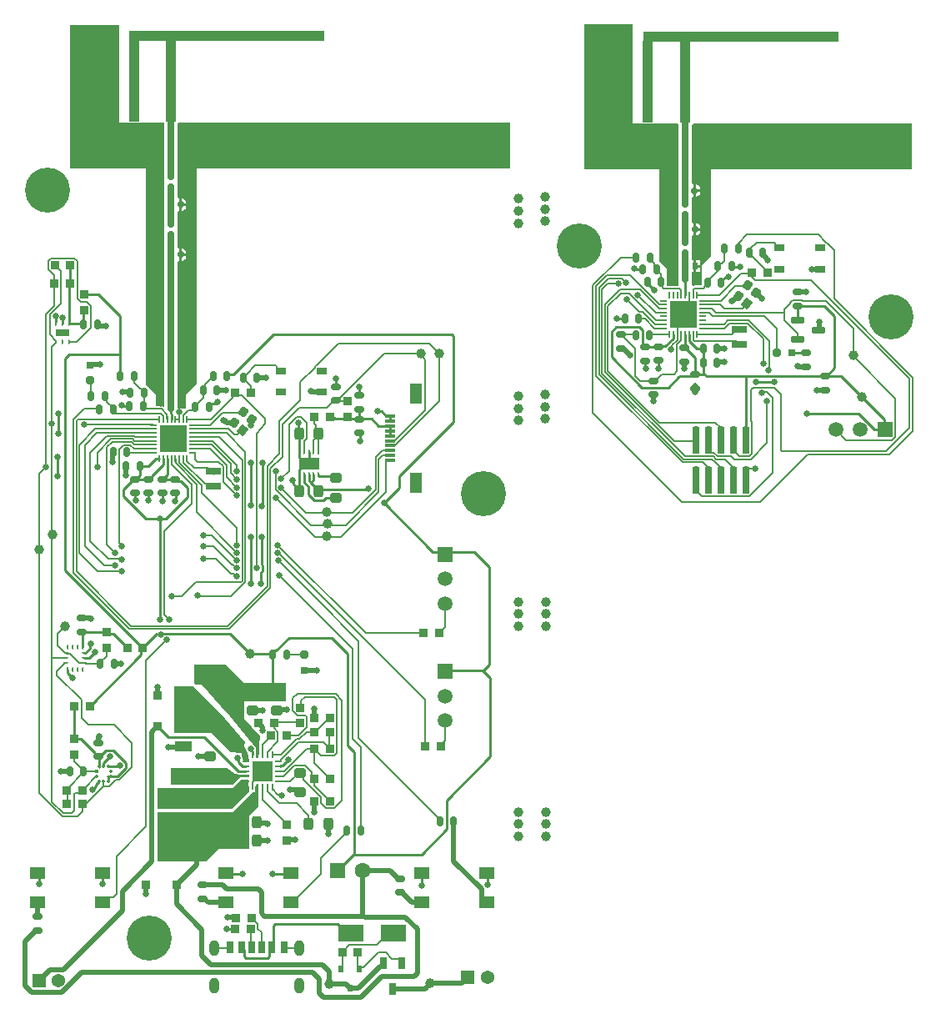
<source format=gbr>
G04*
G04 #@! TF.GenerationSoftware,Altium Limited,Altium Designer,24.10.1 (45)*
G04*
G04 Layer_Physical_Order=1*
G04 Layer_Color=255*
%FSLAX44Y44*%
%MOMM*%
G71*
G04*
G04 #@! TF.SameCoordinates,58AE560C-37F5-4C9B-8F18-908462E99DB1*
G04*
G04*
G04 #@! TF.FilePolarity,Positive*
G04*
G01*
G75*
%ADD15C,0.1524*%
%ADD17C,0.2540*%
%ADD18C,0.5080*%
G04:AMPARAMS|DCode=26|XSize=0.25mm|YSize=0.5mm|CornerRadius=0.0625mm|HoleSize=0mm|Usage=FLASHONLY|Rotation=0.000|XOffset=0mm|YOffset=0mm|HoleType=Round|Shape=RoundedRectangle|*
%AMROUNDEDRECTD26*
21,1,0.2500,0.3750,0,0,0.0*
21,1,0.1250,0.5000,0,0,0.0*
1,1,0.1250,0.0625,-0.1875*
1,1,0.1250,-0.0625,-0.1875*
1,1,0.1250,-0.0625,0.1875*
1,1,0.1250,0.0625,0.1875*
%
%ADD26ROUNDEDRECTD26*%
%ADD27R,1.3500X0.6500*%
%ADD28C,1.0000*%
G04:AMPARAMS|DCode=29|XSize=1.3mm|YSize=0.6mm|CornerRadius=0.075mm|HoleSize=0mm|Usage=FLASHONLY|Rotation=0.000|XOffset=0mm|YOffset=0mm|HoleType=Round|Shape=RoundedRectangle|*
%AMROUNDEDRECTD29*
21,1,1.3000,0.4500,0,0,0.0*
21,1,1.1500,0.6000,0,0,0.0*
1,1,0.1500,0.5750,-0.2250*
1,1,0.1500,-0.5750,-0.2250*
1,1,0.1500,-0.5750,0.2250*
1,1,0.1500,0.5750,0.2250*
%
%ADD29ROUNDEDRECTD29*%
G04:AMPARAMS|DCode=30|XSize=0.6mm|YSize=0.7mm|CornerRadius=0.15mm|HoleSize=0mm|Usage=FLASHONLY|Rotation=0.000|XOffset=0mm|YOffset=0mm|HoleType=Round|Shape=RoundedRectangle|*
%AMROUNDEDRECTD30*
21,1,0.6000,0.4000,0,0,0.0*
21,1,0.3000,0.7000,0,0,0.0*
1,1,0.3000,0.1500,-0.2000*
1,1,0.3000,-0.1500,-0.2000*
1,1,0.3000,-0.1500,0.2000*
1,1,0.3000,0.1500,0.2000*
%
%ADD30ROUNDEDRECTD30*%
G04:AMPARAMS|DCode=31|XSize=0.7mm|YSize=1mm|CornerRadius=0.175mm|HoleSize=0mm|Usage=FLASHONLY|Rotation=90.000|XOffset=0mm|YOffset=0mm|HoleType=Round|Shape=RoundedRectangle|*
%AMROUNDEDRECTD31*
21,1,0.7000,0.6500,0,0,90.0*
21,1,0.3500,1.0000,0,0,90.0*
1,1,0.3500,0.3250,0.1750*
1,1,0.3500,0.3250,-0.1750*
1,1,0.3500,-0.3250,-0.1750*
1,1,0.3500,-0.3250,0.1750*
%
%ADD31ROUNDEDRECTD31*%
%ADD32R,0.2500X0.5000*%
G04:AMPARAMS|DCode=33|XSize=0.5mm|YSize=0.25mm|CornerRadius=0.0625mm|HoleSize=0mm|Usage=FLASHONLY|Rotation=270.000|XOffset=0mm|YOffset=0mm|HoleType=Round|Shape=RoundedRectangle|*
%AMROUNDEDRECTD33*
21,1,0.5000,0.1250,0,0,270.0*
21,1,0.3750,0.2500,0,0,270.0*
1,1,0.1250,-0.0625,-0.1875*
1,1,0.1250,-0.0625,0.1875*
1,1,0.1250,0.0625,0.1875*
1,1,0.1250,0.0625,-0.1875*
%
%ADD33ROUNDEDRECTD33*%
%ADD34R,2.0000X1.2000*%
G04:AMPARAMS|DCode=35|XSize=1.2mm|YSize=1mm|CornerRadius=0.25mm|HoleSize=0mm|Usage=FLASHONLY|Rotation=90.000|XOffset=0mm|YOffset=0mm|HoleType=Round|Shape=RoundedRectangle|*
%AMROUNDEDRECTD35*
21,1,1.2000,0.5000,0,0,90.0*
21,1,0.7000,1.0000,0,0,90.0*
1,1,0.5000,0.2500,0.3500*
1,1,0.5000,0.2500,-0.3500*
1,1,0.5000,-0.2500,-0.3500*
1,1,0.5000,-0.2500,0.3500*
%
%ADD35ROUNDEDRECTD35*%
G04:AMPARAMS|DCode=36|XSize=1.2mm|YSize=1mm|CornerRadius=0.25mm|HoleSize=0mm|Usage=FLASHONLY|Rotation=180.000|XOffset=0mm|YOffset=0mm|HoleType=Round|Shape=RoundedRectangle|*
%AMROUNDEDRECTD36*
21,1,1.2000,0.5000,0,0,180.0*
21,1,0.7000,1.0000,0,0,180.0*
1,1,0.5000,-0.3500,0.2500*
1,1,0.5000,0.3500,0.2500*
1,1,0.5000,0.3500,-0.2500*
1,1,0.5000,-0.3500,-0.2500*
%
%ADD36ROUNDEDRECTD36*%
G04:AMPARAMS|DCode=37|XSize=0.9mm|YSize=0.9mm|CornerRadius=0.225mm|HoleSize=0mm|Usage=FLASHONLY|Rotation=90.000|XOffset=0mm|YOffset=0mm|HoleType=Round|Shape=RoundedRectangle|*
%AMROUNDEDRECTD37*
21,1,0.9000,0.4500,0,0,90.0*
21,1,0.4500,0.9000,0,0,90.0*
1,1,0.4500,0.2250,0.2250*
1,1,0.4500,0.2250,-0.2250*
1,1,0.4500,-0.2250,-0.2250*
1,1,0.4500,-0.2250,0.2250*
%
%ADD37ROUNDEDRECTD37*%
G04:AMPARAMS|DCode=38|XSize=0.9mm|YSize=0.9mm|CornerRadius=0.225mm|HoleSize=0mm|Usage=FLASHONLY|Rotation=0.000|XOffset=0mm|YOffset=0mm|HoleType=Round|Shape=RoundedRectangle|*
%AMROUNDEDRECTD38*
21,1,0.9000,0.4500,0,0,0.0*
21,1,0.4500,0.9000,0,0,0.0*
1,1,0.4500,0.2250,-0.2250*
1,1,0.4500,-0.2250,-0.2250*
1,1,0.4500,-0.2250,0.2250*
1,1,0.4500,0.2250,0.2250*
%
%ADD38ROUNDEDRECTD38*%
G04:AMPARAMS|DCode=39|XSize=0.22mm|YSize=0.76mm|CornerRadius=0.055mm|HoleSize=0mm|Usage=FLASHONLY|Rotation=180.000|XOffset=0mm|YOffset=0mm|HoleType=Round|Shape=RoundedRectangle|*
%AMROUNDEDRECTD39*
21,1,0.2200,0.6500,0,0,180.0*
21,1,0.1100,0.7600,0,0,180.0*
1,1,0.1100,-0.0550,0.3250*
1,1,0.1100,0.0550,0.3250*
1,1,0.1100,0.0550,-0.3250*
1,1,0.1100,-0.0550,-0.3250*
%
%ADD39ROUNDEDRECTD39*%
%ADD40R,0.2200X0.7600*%
G04:AMPARAMS|DCode=41|XSize=0.22mm|YSize=0.76mm|CornerRadius=0.055mm|HoleSize=0mm|Usage=FLASHONLY|Rotation=270.000|XOffset=0mm|YOffset=0mm|HoleType=Round|Shape=RoundedRectangle|*
%AMROUNDEDRECTD41*
21,1,0.2200,0.6500,0,0,270.0*
21,1,0.1100,0.7600,0,0,270.0*
1,1,0.1100,-0.3250,-0.0550*
1,1,0.1100,-0.3250,0.0550*
1,1,0.1100,0.3250,0.0550*
1,1,0.1100,0.3250,-0.0550*
%
%ADD41ROUNDEDRECTD41*%
%ADD42R,0.7600X0.2200*%
%ADD43R,0.8000X0.8000*%
G04:AMPARAMS|DCode=44|XSize=0.8mm|YSize=0.8mm|CornerRadius=0.2mm|HoleSize=0mm|Usage=FLASHONLY|Rotation=270.000|XOffset=0mm|YOffset=0mm|HoleType=Round|Shape=RoundedRectangle|*
%AMROUNDEDRECTD44*
21,1,0.8000,0.4000,0,0,270.0*
21,1,0.4000,0.8000,0,0,270.0*
1,1,0.4000,-0.2000,-0.2000*
1,1,0.4000,-0.2000,0.2000*
1,1,0.4000,0.2000,0.2000*
1,1,0.4000,0.2000,-0.2000*
%
%ADD44ROUNDEDRECTD44*%
G04:AMPARAMS|DCode=45|XSize=0.7mm|YSize=1mm|CornerRadius=0.175mm|HoleSize=0mm|Usage=FLASHONLY|Rotation=0.000|XOffset=0mm|YOffset=0mm|HoleType=Round|Shape=RoundedRectangle|*
%AMROUNDEDRECTD45*
21,1,0.7000,0.6500,0,0,0.0*
21,1,0.3500,1.0000,0,0,0.0*
1,1,0.3500,0.1750,-0.3250*
1,1,0.3500,-0.1750,-0.3250*
1,1,0.3500,-0.1750,0.3250*
1,1,0.3500,0.1750,0.3250*
%
%ADD45ROUNDEDRECTD45*%
%ADD46R,1.5000X0.8000*%
%ADD47R,0.6000X0.7000*%
%ADD48R,1.0414X0.6604*%
G04:AMPARAMS|DCode=49|XSize=0.6mm|YSize=0.7mm|CornerRadius=0.15mm|HoleSize=0mm|Usage=FLASHONLY|Rotation=90.000|XOffset=0mm|YOffset=0mm|HoleType=Round|Shape=RoundedRectangle|*
%AMROUNDEDRECTD49*
21,1,0.6000,0.4000,0,0,90.0*
21,1,0.3000,0.7000,0,0,90.0*
1,1,0.3000,0.2000,0.1500*
1,1,0.3000,0.2000,-0.1500*
1,1,0.3000,-0.2000,-0.1500*
1,1,0.3000,-0.2000,0.1500*
%
%ADD49ROUNDEDRECTD49*%
G04:AMPARAMS|DCode=50|XSize=0.85mm|YSize=0.95mm|CornerRadius=0.2125mm|HoleSize=0mm|Usage=FLASHONLY|Rotation=140.000|XOffset=0mm|YOffset=0mm|HoleType=Round|Shape=RoundedRectangle|*
%AMROUNDEDRECTD50*
21,1,0.8500,0.5250,0,0,140.0*
21,1,0.4250,0.9500,0,0,140.0*
1,1,0.4250,0.0060,0.3377*
1,1,0.4250,0.3315,0.0645*
1,1,0.4250,-0.0060,-0.3377*
1,1,0.4250,-0.3315,-0.0645*
%
%ADD50ROUNDEDRECTD50*%
G04:AMPARAMS|DCode=51|XSize=0.85mm|YSize=0.95mm|CornerRadius=0mm|HoleSize=0mm|Usage=FLASHONLY|Rotation=140.000|XOffset=0mm|YOffset=0mm|HoleType=Round|Shape=Rectangle|*
%AMROTATEDRECTD51*
4,1,4,0.6309,0.0907,0.0202,-0.6371,-0.6309,-0.0907,-0.0202,0.6371,0.6309,0.0907,0.0*
%
%ADD51ROTATEDRECTD51*%

G04:AMPARAMS|DCode=52|XSize=2.794mm|YSize=0.7366mm|CornerRadius=0.1842mm|HoleSize=0mm|Usage=FLASHONLY|Rotation=270.000|XOffset=0mm|YOffset=0mm|HoleType=Round|Shape=RoundedRectangle|*
%AMROUNDEDRECTD52*
21,1,2.7940,0.3683,0,0,270.0*
21,1,2.4257,0.7366,0,0,270.0*
1,1,0.3683,-0.1842,-1.2129*
1,1,0.3683,-0.1842,1.2129*
1,1,0.3683,0.1842,1.2129*
1,1,0.3683,0.1842,-1.2129*
%
%ADD52ROUNDEDRECTD52*%
%ADD53R,0.8000X1.2000*%
%ADD54R,0.7600X1.2000*%
%ADD55R,0.7000X1.2000*%
G04:AMPARAMS|DCode=56|XSize=0.6mm|YSize=0.24mm|CornerRadius=0.03mm|HoleSize=0mm|Usage=FLASHONLY|Rotation=180.000|XOffset=0mm|YOffset=0mm|HoleType=Round|Shape=RoundedRectangle|*
%AMROUNDEDRECTD56*
21,1,0.6000,0.1800,0,0,180.0*
21,1,0.5400,0.2400,0,0,180.0*
1,1,0.0600,-0.2700,0.0900*
1,1,0.0600,0.2700,0.0900*
1,1,0.0600,0.2700,-0.0900*
1,1,0.0600,-0.2700,-0.0900*
%
%ADD56ROUNDEDRECTD56*%
G04:AMPARAMS|DCode=57|XSize=0.6mm|YSize=0.24mm|CornerRadius=0.03mm|HoleSize=0mm|Usage=FLASHONLY|Rotation=90.000|XOffset=0mm|YOffset=0mm|HoleType=Round|Shape=RoundedRectangle|*
%AMROUNDEDRECTD57*
21,1,0.6000,0.1800,0,0,90.0*
21,1,0.5400,0.2400,0,0,90.0*
1,1,0.0600,0.0900,0.2700*
1,1,0.0600,0.0900,-0.2700*
1,1,0.0600,-0.0900,-0.2700*
1,1,0.0600,-0.0900,0.2700*
%
%ADD57ROUNDEDRECTD57*%
%ADD58R,0.2400X0.6000*%
%ADD59R,1.3000X2.0000*%
%ADD60R,1.0000X0.3000*%
%ADD61R,2.6500X1.7500*%
%ADD62R,1.8034X1.1176*%
G04:AMPARAMS|DCode=63|XSize=0.3mm|YSize=0.3249mm|CornerRadius=0.075mm|HoleSize=0mm|Usage=FLASHONLY|Rotation=180.000|XOffset=0mm|YOffset=0mm|HoleType=Round|Shape=RoundedRectangle|*
%AMROUNDEDRECTD63*
21,1,0.3000,0.1749,0,0,180.0*
21,1,0.1500,0.3249,0,0,180.0*
1,1,0.1500,-0.0750,0.0874*
1,1,0.1500,0.0750,0.0874*
1,1,0.1500,0.0750,-0.0874*
1,1,0.1500,-0.0750,-0.0874*
%
%ADD63ROUNDEDRECTD63*%
G04:AMPARAMS|DCode=64|XSize=0.3mm|YSize=0.3249mm|CornerRadius=0.075mm|HoleSize=0mm|Usage=FLASHONLY|Rotation=270.000|XOffset=0mm|YOffset=0mm|HoleType=Round|Shape=RoundedRectangle|*
%AMROUNDEDRECTD64*
21,1,0.3000,0.1749,0,0,270.0*
21,1,0.1500,0.3249,0,0,270.0*
1,1,0.1500,-0.0874,-0.0750*
1,1,0.1500,-0.0874,0.0750*
1,1,0.1500,0.0874,0.0750*
1,1,0.1500,0.0874,-0.0750*
%
%ADD64ROUNDEDRECTD64*%
%ADD65R,0.3249X0.3000*%
%ADD66R,1.5000X1.2000*%
%ADD67R,0.8000X0.8000*%
G04:AMPARAMS|DCode=68|XSize=0.8mm|YSize=0.8mm|CornerRadius=0.2mm|HoleSize=0mm|Usage=FLASHONLY|Rotation=0.000|XOffset=0mm|YOffset=0mm|HoleType=Round|Shape=RoundedRectangle|*
%AMROUNDEDRECTD68*
21,1,0.8000,0.4000,0,0,0.0*
21,1,0.4000,0.8000,0,0,0.0*
1,1,0.4000,0.2000,-0.2000*
1,1,0.4000,-0.2000,-0.2000*
1,1,0.4000,-0.2000,0.2000*
1,1,0.4000,0.2000,0.2000*
%
%ADD68ROUNDEDRECTD68*%
%ADD69R,0.9000X0.9500*%
%ADD70R,0.6500X1.1500*%
G04:AMPARAMS|DCode=72|XSize=0.475mm|YSize=0.25mm|CornerRadius=0.0625mm|HoleSize=0mm|Usage=FLASHONLY|Rotation=180.000|XOffset=0mm|YOffset=0mm|HoleType=Round|Shape=RoundedRectangle|*
%AMROUNDEDRECTD72*
21,1,0.4750,0.1250,0,0,180.0*
21,1,0.3500,0.2500,0,0,180.0*
1,1,0.1250,-0.1750,0.0625*
1,1,0.1250,0.1750,0.0625*
1,1,0.1250,0.1750,-0.0625*
1,1,0.1250,-0.1750,-0.0625*
%
%ADD72ROUNDEDRECTD72*%
G04:AMPARAMS|DCode=73|XSize=0.475mm|YSize=0.25mm|CornerRadius=0.0625mm|HoleSize=0mm|Usage=FLASHONLY|Rotation=90.000|XOffset=0mm|YOffset=0mm|HoleType=Round|Shape=RoundedRectangle|*
%AMROUNDEDRECTD73*
21,1,0.4750,0.1250,0,0,90.0*
21,1,0.3500,0.2500,0,0,90.0*
1,1,0.1250,0.0625,0.1750*
1,1,0.1250,0.0625,-0.1750*
1,1,0.1250,-0.0625,-0.1750*
1,1,0.1250,-0.0625,0.1750*
%
%ADD73ROUNDEDRECTD73*%
G04:AMPARAMS|DCode=74|XSize=0.475mm|YSize=0.25mm|CornerRadius=0.0625mm|HoleSize=0mm|Usage=FLASHONLY|Rotation=90.000|XOffset=0mm|YOffset=0mm|HoleType=Round|Shape=RoundedRectangle|*
%AMROUNDEDRECTD74*
21,1,0.4750,0.1250,0,0,90.0*
21,1,0.3500,0.2500,0,0,90.0*
1,1,0.1250,0.0625,0.1750*
1,1,0.1250,0.0625,-0.1750*
1,1,0.1250,-0.0625,-0.1750*
1,1,0.1250,-0.0625,0.1750*
%
%ADD74ROUNDEDRECTD74*%
%ADD75R,0.2500X0.4750*%
%ADD76R,0.9500X0.9000*%
G04:AMPARAMS|DCode=137|XSize=0.5mm|YSize=2.5mm|CornerRadius=0mm|HoleSize=0mm|Usage=FLASHONLY|Rotation=45.000|XOffset=0mm|YOffset=0mm|HoleType=Round|Shape=Rectangle|*
%AMROTATEDRECTD137*
4,1,4,0.7071,-1.0607,-1.0607,0.7071,-0.7071,1.0607,1.0607,-0.7071,0.7071,-1.0607,0.0*
%
%ADD137ROTATEDRECTD137*%

%ADD138R,19.8628X0.9906*%
%ADD139R,1.0160X8.4074*%
%ADD140R,2.8000X2.8000*%
%ADD141R,2.0500X2.0500*%
%ADD142R,2.5000X0.5000*%
%ADD143C,0.7000*%
%ADD144C,0.2200*%
%ADD145C,4.5720*%
%ADD146R,1.3680X1.3680*%
%ADD147C,1.3680*%
%ADD148R,1.5080X1.5080*%
%ADD149C,1.5080*%
%ADD150O,1.0000X1.6000*%
%ADD151C,1.6000*%
%ADD152R,1.6000X1.6000*%
%ADD153R,1.5080X1.5080*%
%ADD154C,0.6350*%
%ADD155C,0.2500*%
%ADD156C,0.2540*%
G36*
X508000Y909574D02*
Y864960D01*
X191479Y864960D01*
X190410Y864960D01*
X190246Y865124D01*
X189992Y864870D01*
X189992Y863609D01*
Y646176D01*
X179070Y635254D01*
Y621030D01*
X170434D01*
Y769910D01*
X171958Y771160D01*
X172156Y771121D01*
X172386D01*
Y777240D01*
Y783359D01*
X172156D01*
X171958Y783320D01*
X170434Y784570D01*
Y820710D01*
X171958Y821960D01*
X172156Y821921D01*
X172386D01*
Y828040D01*
Y834159D01*
X172156D01*
X171958Y834120D01*
X170434Y835370D01*
Y910082D01*
Y910844D01*
X171196Y911606D01*
X508000D01*
Y909574D01*
D02*
G37*
G36*
X915924Y863854D02*
X915670Y863600D01*
X712216D01*
Y775462D01*
X703326Y766572D01*
Y745941D01*
X703183Y745799D01*
X695452D01*
X695452Y745799D01*
X694436Y745597D01*
X694346Y745592D01*
X692912Y746446D01*
Y759516D01*
X694864D01*
Y765556D01*
Y771596D01*
X692912D01*
Y775462D01*
Y795866D01*
X694090Y796833D01*
X694380Y796775D01*
X694610D01*
Y802894D01*
Y809013D01*
X694380D01*
X694090Y808956D01*
X692912Y809922D01*
Y835185D01*
X694090Y836152D01*
X694126Y836145D01*
X694356D01*
Y842264D01*
Y848383D01*
X694126D01*
X694090Y848376D01*
X692912Y849343D01*
Y909066D01*
X694436Y910590D01*
X915924D01*
Y863854D01*
D02*
G37*
G36*
X632968Y910590D02*
X677926D01*
X679196Y909320D01*
Y745281D01*
X667766D01*
Y763016D01*
X659892Y770890D01*
Y775970D01*
Y863854D01*
X583692D01*
Y1010970D01*
X632968D01*
Y910590D01*
D02*
G37*
G36*
X110744Y911606D02*
X156464D01*
X157226Y910844D01*
Y910082D01*
Y623524D01*
X155702Y622864D01*
X155268Y623154D01*
X154178Y623371D01*
X154178Y623371D01*
X148336D01*
Y635000D01*
X137922Y645414D01*
X137922Y864870D01*
X61468D01*
X61214Y864975D01*
Y1010412D01*
X110744D01*
Y911606D01*
D02*
G37*
G36*
X238506Y342392D02*
X280670D01*
Y324384D01*
X279591Y323308D01*
X238506Y323442D01*
Y305941D01*
X254043Y287861D01*
X253735Y279873D01*
X253691Y279654D01*
X253691Y279654D01*
Y278743D01*
X253431Y271986D01*
X252790Y266446D01*
X250190D01*
Y276610D01*
X223944Y308879D01*
X214329Y318494D01*
X194564Y340868D01*
X188795Y340745D01*
X187706Y341811D01*
Y361188D01*
X219710D01*
X238506Y342392D01*
D02*
G37*
G36*
X219078Y305940D02*
X238841Y282143D01*
X238491Y277679D01*
X240086Y274469D01*
X240618Y273182D01*
X240830Y272971D01*
X242757Y269091D01*
X243078Y262382D01*
X236982Y261874D01*
X236093Y266700D01*
Y267127D01*
X235951Y267468D01*
X235204Y271526D01*
X224889Y271935D01*
X205232Y291592D01*
X166624D01*
Y338836D01*
X186182D01*
X219078Y305940D01*
D02*
G37*
G36*
X228854Y249936D02*
X230619Y249812D01*
X230788Y249700D01*
X232076Y249443D01*
X235875D01*
X243332Y248920D01*
Y246634D01*
X234188D01*
X226568Y239014D01*
X164084D01*
X163322Y239330D01*
Y256286D01*
X220218D01*
X228854Y249936D01*
D02*
G37*
G36*
X242691Y244094D02*
X242959Y231783D01*
X225552Y214376D01*
X149860D01*
Y235458D01*
X226568D01*
X235204Y244094D01*
X242691Y244094D01*
D02*
G37*
G36*
X252730Y216916D02*
X242824Y207010D01*
Y174244D01*
X212090D01*
X198882Y161036D01*
X150368D01*
Y211046D01*
X226735Y211495D01*
X246888Y231648D01*
X248666D01*
X248680Y231716D01*
X249264D01*
Y234638D01*
X250190Y239268D01*
X252730D01*
Y216916D01*
D02*
G37*
%LPC*%
G36*
X175156Y834159D02*
X174926D01*
Y829310D01*
X179275D01*
Y830040D01*
X178962Y831616D01*
X178069Y832953D01*
X176732Y833846D01*
X175156Y834159D01*
D02*
G37*
G36*
X179275Y826770D02*
X174926D01*
Y821921D01*
X175156D01*
X176732Y822234D01*
X178069Y823127D01*
X178962Y824464D01*
X179275Y826040D01*
Y826770D01*
D02*
G37*
G36*
X175156Y783359D02*
X174926D01*
Y778510D01*
X179275D01*
Y779240D01*
X178962Y780816D01*
X178069Y782153D01*
X176732Y783046D01*
X175156Y783359D01*
D02*
G37*
G36*
X179275Y775970D02*
X174926D01*
Y771121D01*
X175156D01*
X176732Y771434D01*
X178069Y772327D01*
X178962Y773664D01*
X179275Y775240D01*
Y775970D01*
D02*
G37*
G36*
X697126Y848383D02*
X696896D01*
Y843534D01*
X701245D01*
Y844264D01*
X700932Y845840D01*
X700039Y847177D01*
X698702Y848070D01*
X697126Y848383D01*
D02*
G37*
G36*
X701245Y840994D02*
X696896D01*
Y836145D01*
X697126D01*
X698702Y836458D01*
X700039Y837351D01*
X700932Y838688D01*
X701245Y840264D01*
Y840994D01*
D02*
G37*
G36*
X697380Y809013D02*
X697150D01*
Y804164D01*
X701499D01*
Y804894D01*
X701186Y806470D01*
X700293Y807807D01*
X698956Y808700D01*
X697380Y809013D01*
D02*
G37*
G36*
X701499Y801624D02*
X697150D01*
Y796775D01*
X697380D01*
X698956Y797088D01*
X700293Y797981D01*
X701186Y799318D01*
X701499Y800894D01*
Y801624D01*
D02*
G37*
G36*
X701674Y771596D02*
X697404D01*
Y766826D01*
X701674D01*
Y771596D01*
D02*
G37*
G36*
Y764286D02*
X697404D01*
Y759516D01*
X701674D01*
Y764286D01*
D02*
G37*
%LPD*%
D15*
X252094Y92921D02*
Y97282D01*
X245744Y103632D02*
X252094Y97282D01*
Y92921D02*
X255952Y89063D01*
X244728Y75204D02*
Y92202D01*
Y75204D02*
X245952Y73980D01*
X255952D02*
Y89063D01*
X244094Y69342D02*
X245952Y71200D01*
Y73980D01*
X40691Y696296D02*
Y716434D01*
X36586Y561838D02*
Y716639D01*
X51872Y727615D02*
Y760294D01*
X36586Y716639D02*
X44832Y724885D01*
X40691Y716434D02*
X51872Y727615D01*
X44832Y724885D02*
Y748030D01*
X40691Y696296D02*
X47094Y689894D01*
X751327Y531876D02*
X774807Y555356D01*
X753237Y607876D02*
X753745Y607368D01*
X769112Y585990D02*
Y628650D01*
X774807Y555356D02*
Y632222D01*
X768858Y628904D02*
X769112Y628650D01*
X783336Y578997D02*
Y635682D01*
X753745Y574934D02*
Y607368D01*
X769327Y637701D02*
X774807Y632222D01*
X783336Y578997D02*
X784229Y578104D01*
X889887D01*
X751327Y572516D02*
X753745Y574934D01*
X776779Y642239D02*
X783336Y635682D01*
X889887Y578104D02*
X913384Y601601D01*
X752590Y569468D02*
X769112Y585990D01*
X735934Y569468D02*
X752590D01*
X810514Y574040D02*
X893318D01*
X683006Y526034D02*
X762508D01*
X810514Y574040D01*
X29972Y230267D02*
Y554736D01*
Y230267D02*
X53411Y206828D01*
X29972Y554736D02*
X36830Y561594D01*
X29718Y478028D02*
X29972Y478282D01*
X60094Y688644D02*
X68020D01*
X82224Y702848D01*
Y725109D01*
X78353Y728980D02*
X82224Y725109D01*
X72523Y728980D02*
X78353D01*
X68652Y732851D02*
X72523Y728980D01*
X68652Y732851D02*
Y770429D01*
X65723Y773358D02*
X68652Y770429D01*
X41465Y773358D02*
X65723D01*
X38808Y770701D02*
X41465Y773358D01*
X38808Y762443D02*
Y770701D01*
Y762443D02*
X45086Y756165D01*
Y748284D02*
Y756165D01*
X42926Y683226D02*
X47094Y687394D01*
X42926Y367792D02*
Y683226D01*
X47094Y688644D02*
Y689894D01*
X45594Y766572D02*
X51872Y760294D01*
X36586Y561838D02*
X36830Y561594D01*
X417830Y674616D02*
Y676910D01*
Y674616D02*
X421750Y670696D01*
X341630Y502666D02*
X374794Y535830D01*
X270129Y538607D02*
X306070Y502666D01*
X341630D01*
X270713Y530300D02*
X310285Y490728D01*
X336459D02*
X381726Y535995D01*
X310285Y490728D02*
X336459D01*
X275641Y540817D02*
X301093Y515366D01*
X348234D01*
X371746Y538878D01*
X164078Y564576D02*
X184912Y543742D01*
X164078Y564576D02*
Y570352D01*
X694534Y742032D02*
X695452Y742950D01*
X704363D02*
X706644Y745231D01*
X695452Y742950D02*
X704363D01*
X694534Y736684D02*
Y742032D01*
X726186Y771008D02*
Y783336D01*
X718678Y765314D02*
X721849Y768485D01*
X718678Y760476D02*
Y765314D01*
X272227Y482340D02*
X361629Y392938D01*
X420244D01*
X442044Y398738D02*
Y423056D01*
X436244Y392938D02*
X442044Y398738D01*
X437768Y278914D02*
X442552Y283698D01*
Y304184D01*
X421640Y277622D02*
Y325223D01*
X607949Y753237D02*
X621754D01*
X626110Y748792D02*
Y748881D01*
X621754Y753237D02*
X626110Y748881D01*
X659386Y722834D02*
X664008D01*
X640361Y741859D02*
X659386Y722834D01*
X638100Y736397D02*
X656001Y718496D01*
X628904Y737870D02*
X656278Y710496D01*
X604520Y726440D02*
X619939Y741859D01*
X656278Y710496D02*
X664346D01*
X619939Y741859D02*
X640361D01*
X630301Y756285D02*
X659752Y726834D01*
X607244Y747776D02*
X617982D01*
X598424Y743712D02*
X607949Y753237D01*
X595376Y744982D02*
X606679Y756285D01*
X630301D01*
X601472Y742004D02*
X607244Y747776D01*
X604520Y658106D02*
Y726440D01*
X725678Y722630D02*
X744166D01*
X748966Y727430D01*
X287230Y119620D02*
X316422Y148812D01*
Y164950D02*
X342504Y191032D01*
Y192532D01*
X316422Y148812D02*
Y164950D01*
X285730Y119620D02*
X287230D01*
X226834Y453348D02*
X229453Y450729D01*
X230759D01*
X209296Y468630D02*
X224578Y453348D01*
X196596Y468630D02*
X209296D01*
X224578Y453348D02*
X226834D01*
X98679Y581648D02*
X104025Y586994D01*
X123618D02*
X126410Y584202D01*
X98679Y482727D02*
X106680Y474726D01*
X104025Y586994D02*
X123618D01*
X126410Y584202D02*
X146228D01*
X98679Y482727D02*
Y581648D01*
X88900Y561340D02*
Y576180D01*
X102762Y590042D01*
X124881D02*
X126721Y588202D01*
X102762Y590042D02*
X124881D01*
X126721Y588202D02*
X146228D01*
X122436Y583866D02*
X126100Y580202D01*
X115592Y583866D02*
X122436D01*
X127031Y592202D02*
X146228D01*
X126079Y593154D02*
X127031Y592202D01*
X98500Y593154D02*
X126079D01*
X104790Y619303D02*
X107955Y616138D01*
X153803D01*
X155464Y614156D02*
Y614477D01*
X153803Y616138D02*
X155464Y614477D01*
X155740Y610390D02*
Y613880D01*
X155464Y614156D02*
X155740Y613880D01*
X138187Y620522D02*
X154178D01*
X159740Y610390D02*
Y614960D01*
X154178Y620522D02*
X159740Y614960D01*
X135524Y623185D02*
X138187Y620522D01*
X135524Y623185D02*
Y623570D01*
X659752Y726834D02*
X664008D01*
X627075Y731976D02*
X639803Y719248D01*
X642700D01*
X620664Y737870D02*
X628904D01*
X642700Y719248D02*
X655452Y706496D01*
X656001Y718496D02*
X664346D01*
X698196Y736346D02*
X720852D01*
X742696Y758190D02*
X750316D01*
X720852Y736346D02*
X742696Y758190D01*
X748529Y744982D02*
X749476Y745930D01*
X736600Y744982D02*
X748529D01*
X704046Y730496D02*
X722114D01*
X736600Y744982D01*
X607568Y659368D02*
X660130Y606806D01*
X601472Y656829D02*
X685785Y572516D01*
X598424Y655566D02*
Y743712D01*
X595376Y654304D02*
X683260Y566420D01*
X598424Y655566D02*
X684522Y569468D01*
X592328Y616712D02*
Y746245D01*
X595376Y654304D02*
Y744982D01*
X592328Y616712D02*
X683006Y526034D01*
X635508Y653649D02*
Y681512D01*
X607568Y724774D02*
X620664Y737870D01*
X592328Y746245D02*
X620530Y774446D01*
X604520Y658106D02*
X674870Y587756D01*
X607568Y659368D02*
Y724774D01*
X601472Y656829D02*
Y742004D01*
X640187Y648970D02*
X655154D01*
X635508Y653649D02*
X640187Y648970D01*
X740156Y782574D02*
Y788894D01*
X620530Y774446D02*
X636524D01*
X723663Y768485D02*
X726186Y771008D01*
X721849Y768485D02*
X723663D01*
X681582Y740375D02*
X681858Y740098D01*
X663252Y743335D02*
X664155Y742432D01*
X680243D02*
X681582Y741093D01*
X661812Y749554D02*
X663252Y748113D01*
X681582Y740375D02*
Y741093D01*
X664155Y742432D02*
X680243D01*
X663252Y743335D02*
Y748113D01*
X706644Y745231D02*
Y746918D01*
X694196Y736346D02*
X694534Y736684D01*
X792956Y727731D02*
Y728450D01*
X829000Y730306D02*
X856742Y702564D01*
X805671Y730306D02*
X829000D01*
X786982Y721757D02*
X792956Y727731D01*
Y728450D02*
X795320Y730814D01*
X805163D01*
X805671Y730306D01*
X856742Y674370D02*
Y702564D01*
X913384Y601601D02*
Y651764D01*
X814070Y751078D02*
X913384Y651764D01*
X837184Y732274D02*
Y781812D01*
X757428Y751078D02*
X814070D01*
X837184Y732274D02*
X917448Y652010D01*
Y598170D02*
Y652010D01*
X893318Y574040D02*
X917448Y598170D01*
X176416Y610390D02*
Y614312D01*
X171958Y610052D02*
X172040Y610134D01*
X181710Y619606D02*
X185663D01*
X176416Y614312D02*
X181710Y619606D01*
X172040Y610134D02*
Y617490D01*
X172002Y617528D02*
X172040Y617490D01*
X104790Y620268D02*
Y621768D01*
Y619303D02*
Y620268D01*
X274830Y262730D02*
X275278Y263178D01*
X274707Y262730D02*
X274830D01*
X275278Y264463D02*
X280565Y269750D01*
X280672D01*
X275278Y263178D02*
Y264463D01*
X280672Y269750D02*
X293298Y282376D01*
X318714D01*
X292233Y309372D02*
X300482D01*
X287528Y314077D02*
X292233Y309372D01*
X287528Y314077D02*
Y326763D01*
X291909Y331144D01*
X301934Y297243D02*
Y307920D01*
X300482Y309372D02*
X301934Y307920D01*
X281304Y288798D02*
X293489D01*
X301934Y297243D01*
X301355Y292354D02*
X310134D01*
X275336Y269240D02*
X291520Y285424D01*
X294425D01*
X301355Y292354D01*
X261540Y269240D02*
X261978Y269678D01*
Y272392D02*
X272288Y282702D01*
X261978Y269678D02*
Y272392D01*
X272288Y282702D02*
Y292729D01*
X268604Y296413D02*
X272288Y292729D01*
X268604Y296413D02*
Y303022D01*
X123444Y256532D02*
Y256794D01*
X105906Y299732D02*
X123825Y281813D01*
X123444Y256794D02*
X123825Y257175D01*
X110916Y244004D02*
X123444Y256532D01*
X123825Y257175D02*
Y281813D01*
X108036Y244004D02*
X110916D01*
X101316Y237284D02*
X108036Y244004D01*
X95424Y237284D02*
X101316D01*
X356504Y192532D02*
Y277389D01*
X348488Y285405D02*
X356504Y277389D01*
X235702Y634248D02*
X259334Y610616D01*
Y605947D02*
Y610616D01*
X250571Y595504D02*
X259334Y605947D01*
X250571Y459359D02*
Y595504D01*
X230978Y634782D02*
X231511Y634248D01*
X235702D01*
X250571Y459359D02*
X250952Y458978D01*
X228728Y637032D02*
X230978Y634782D01*
X176416Y566203D02*
X198117Y544502D01*
X176416Y566203D02*
Y570014D01*
X172416Y565881D02*
X195326Y542971D01*
X172416Y565881D02*
Y570014D01*
X172078Y570352D02*
X172416Y570014D01*
X168416Y565571D02*
X189738Y544249D01*
X168416Y565571D02*
Y570014D01*
X374396Y68834D02*
X382016D01*
X388408Y62442D02*
X395886D01*
X382016Y68834D02*
X388408Y62442D01*
X355194Y52164D02*
X357055Y54025D01*
X359587D01*
X374396Y68834D01*
X333495Y686562D02*
X426299D01*
X294640Y647707D02*
X309675Y662742D01*
Y663461D02*
X311014Y664800D01*
X309675Y662742D02*
Y663461D01*
X426299Y686562D02*
X435204Y677657D01*
X311733Y664800D02*
X333495Y686562D01*
X311014Y664800D02*
X311733D01*
X261493Y440206D02*
Y562888D01*
X273748Y575144D01*
X221591Y400304D02*
X261493Y440206D01*
X222854Y397256D02*
X264668Y439071D01*
Y559538D02*
X276796Y571666D01*
X264668Y439071D02*
Y559538D01*
X195326Y535178D02*
X230759Y499745D01*
Y482431D02*
Y499745D01*
X234938Y444627D02*
X236220Y445909D01*
X220400Y596202D02*
X239395Y577207D01*
Y445492D02*
Y577207D01*
X239268Y445365D02*
X239395Y445492D01*
X236220Y445909D02*
Y568657D01*
X212675Y592202D02*
X236220Y568657D01*
X239268Y444647D02*
Y445365D01*
X185928Y592202D02*
X212675D01*
X121419Y397256D02*
X222854D01*
X64516Y454160D02*
X121419Y397256D01*
X64516Y454160D02*
Y609862D01*
X224897Y430276D02*
X239268Y444647D01*
X189103Y444627D02*
X234938D01*
X205548Y588202D02*
X230759Y562991D01*
Y557328D02*
Y562991D01*
X216796Y546282D02*
Y562357D01*
Y546282D02*
X230515Y532562D01*
X191516Y430276D02*
X224897D01*
X206756Y481076D02*
X225490Y462341D01*
X230100Y458809D02*
X230759D01*
X230515Y532562D02*
X230759D01*
X204978Y492506D02*
X230759Y466725D01*
X225490Y462341D02*
X226568D01*
X219964Y551307D02*
Y563499D01*
X226568Y462341D02*
X230100Y458809D01*
X230759Y466683D02*
Y466725D01*
X189738Y515578D02*
X230759Y474557D01*
X224219Y555689D02*
Y565221D01*
X219964Y551307D02*
X230759Y540512D01*
X189738Y515578D02*
Y544249D01*
X224219Y555689D02*
X230759Y549149D01*
X203327Y580136D02*
X219964Y563499D01*
X212155Y566998D02*
X216796Y562357D01*
X298784Y576904D02*
Y587608D01*
X295632Y612267D02*
X301244Y606655D01*
X298784Y587608D02*
X301244Y590068D01*
Y606655D01*
X174498Y430022D02*
X189103Y444627D01*
X190754Y431038D02*
X191516Y430276D01*
X111252Y484890D02*
Y579526D01*
X114046Y481584D02*
Y482096D01*
X111252Y484890D02*
X114046Y482096D01*
X270129Y538607D02*
Y557276D01*
X205238Y584202D02*
X224219Y565221D01*
X283811Y557623D02*
Y604970D01*
X291108Y612267D02*
X295632D01*
X275590Y549402D02*
X283811Y557623D01*
Y604970D02*
X291108Y612267D01*
X272433Y474430D02*
X421640Y325223D01*
X310640Y428500D02*
X354076Y385064D01*
X310640Y428500D02*
X310640D01*
X354076Y286346D02*
Y385064D01*
X272542Y466598D02*
X310640Y428500D01*
X271728Y474430D02*
X272433D01*
X195326Y535178D02*
Y542971D01*
X196596Y492506D02*
X204978D01*
X196596Y481076D02*
X206756D01*
X348488Y285405D02*
Y376682D01*
X273304Y451866D02*
X348488Y376682D01*
X276796Y571666D02*
Y604456D01*
X273748Y575144D02*
Y608521D01*
X185928Y596202D02*
X220400D01*
X47094Y687394D02*
Y688644D01*
X44832Y748030D02*
X45086Y748284D01*
X73542Y235991D02*
X76231D01*
X70161Y230706D02*
X73542Y234088D01*
X164084Y430022D02*
X174498D01*
X332716Y628769D02*
X342653D01*
X113030Y468376D02*
X113792Y467614D01*
X81534Y486664D02*
X99822Y468376D01*
X113030D01*
X81534Y486664D02*
Y576188D01*
X95504Y461772D02*
X106426D01*
X76073Y481203D02*
X95504Y461772D01*
X184912Y524002D02*
Y543742D01*
X156972Y496062D02*
X184912Y524002D01*
X156972Y411988D02*
Y496062D01*
Y411988D02*
X162306Y406654D01*
X138302Y196533D02*
Y365124D01*
X159512Y386334D01*
X70612Y474585D02*
X89521Y455676D01*
X113284D01*
X70612Y474585D02*
Y583946D01*
X374794Y535830D02*
Y569202D01*
X371746Y538878D02*
Y571556D01*
X313784Y593435D02*
Y595376D01*
X309246Y605312D02*
Y612394D01*
X308784Y588435D02*
X313784Y593435D01*
X308784Y576904D02*
Y588435D01*
X313784Y576904D02*
Y593435D01*
X309246Y605312D02*
X310896Y603662D01*
Y598264D02*
Y603662D01*
Y598264D02*
X313784Y595376D01*
X371746Y571556D02*
X378494Y578304D01*
X378896Y573304D02*
X385964D01*
X374794Y569202D02*
X378896Y573304D01*
X378494Y578304D02*
X385964D01*
X381726Y535995D02*
Y567566D01*
X342653Y628769D02*
X343154Y628268D01*
X385964Y578304D02*
X386702Y579042D01*
X382464Y568304D02*
X385964D01*
X381726Y567566D02*
X382464Y568304D01*
X354076Y286346D02*
X436738Y203684D01*
Y202184D02*
Y203684D01*
X337058Y222893D02*
Y324977D01*
X329629Y215464D02*
X337058Y222893D01*
X330891Y331144D02*
X337058Y324977D01*
X332716Y629270D02*
X380356Y676910D01*
X417830D01*
X331216Y629270D02*
X332716D01*
X322238Y621792D02*
X329716Y629270D01*
X331216D01*
X294132Y621792D02*
X322238D01*
X435951Y676910D02*
Y677657D01*
Y628558D02*
Y676910D01*
X435204Y677657D02*
X435951D01*
X294640Y629412D02*
Y647707D01*
X90536Y620522D02*
X90790Y620268D01*
X75176Y620522D02*
X90536D01*
X76073Y481203D02*
Y583819D01*
X88456Y596202D01*
X185928Y588202D02*
X205548D01*
X69016Y610052D02*
X152078D01*
X75489Y604540D02*
X145890D01*
X75438Y604591D02*
X75489Y604540D01*
X67564Y608600D02*
X69016Y610052D01*
X145890Y604540D02*
X146228Y604202D01*
X86868Y600202D02*
X146228D01*
X70612Y583946D02*
X86868Y600202D01*
X42926Y221623D02*
Y367792D01*
X43180Y367538D01*
X42926Y221623D02*
X54673Y209876D01*
X43180Y367538D02*
X57169D01*
X896325Y588852D02*
X899696Y592223D01*
Y631416D01*
X827857Y639501D02*
X828040Y639684D01*
X766318Y715010D02*
X778780Y702548D01*
X800664Y691540D02*
Y696826D01*
X786982Y710508D02*
X800664Y696826D01*
X778780Y677672D02*
Y702548D01*
X856742Y674370D02*
X899696Y631416D01*
X849696Y588852D02*
X896325D01*
X838854Y599694D02*
X849696Y588852D01*
X786982Y718566D02*
Y721757D01*
Y710508D02*
Y718566D01*
X771398Y660908D02*
Y689879D01*
X770636Y660146D02*
X771398Y660908D01*
X753237Y640310D02*
X755166Y642239D01*
X776779D01*
X753237Y607876D02*
Y640310D01*
X764286Y636778D02*
X765209Y637701D01*
X769327D01*
X779829Y784180D02*
X781636D01*
X777289Y786720D02*
X779829Y784180D01*
X740156Y788894D02*
X748822Y797560D01*
X752137Y783125D02*
X758444Y789432D01*
X777289Y786720D02*
Y788527D01*
X776384Y789432D02*
X777289Y788527D01*
X758444Y789432D02*
X776384D01*
X748822Y797560D02*
X821436D01*
X830629Y788367D02*
X837184Y781812D01*
X821436Y797560D02*
X829228Y789768D01*
X754564Y775390D02*
X766673Y763281D01*
X829228Y789768D02*
X829290D01*
X830629Y788367D02*
Y788429D01*
X829290Y789768D02*
X830629Y788429D01*
X766673Y761199D02*
X769366Y758505D01*
X766673Y761199D02*
Y763281D01*
X750316Y758190D02*
X753872D01*
X753599Y775390D02*
X754564D01*
X752206Y776783D02*
X753599Y775390D01*
X752137Y777679D02*
Y783125D01*
X752206Y776783D02*
Y777748D01*
X750936Y779018D02*
X752206Y777748D01*
X717070Y718566D02*
X786982D01*
X750316Y758190D02*
X757428Y751078D01*
X721812Y726496D02*
X725678Y722630D01*
X713770Y715010D02*
X766318D01*
X730777Y707460D02*
X749507D01*
X765302Y691665D01*
X741060Y701174D02*
X744560D01*
X737560D02*
X741060D01*
X706644Y746918D02*
X708772Y749046D01*
X695344Y689412D02*
X737822D01*
X698196Y696646D02*
X733032D01*
X737560Y701174D01*
X704046Y702496D02*
X725813D01*
X730777Y707460D01*
X704046Y706496D02*
X725503D01*
X729515Y710508D01*
X710284Y718496D02*
X713770Y715010D01*
X704046Y718496D02*
X710284D01*
X713140Y722496D02*
X717070Y718566D01*
X704046Y726496D02*
X721812D01*
X690196Y723496D02*
Y736346D01*
Y723496D02*
X690696Y722996D01*
X704046Y722496D02*
X713140D01*
X765302Y667305D02*
X765603Y667004D01*
X737822Y689412D02*
X741060Y686174D01*
X765302Y667305D02*
Y691665D01*
X750769Y710508D02*
X771398Y689879D01*
X729515Y710508D02*
X750769D01*
X694196Y690560D02*
X695344Y689412D01*
X690196Y736346D02*
X690534Y736684D01*
X685887Y789773D02*
X686054Y789606D01*
X685713Y802807D02*
X685880Y802640D01*
X654858Y764636D02*
Y767962D01*
X650128Y772692D02*
X654858Y767962D01*
X650128Y772692D02*
Y774192D01*
X654858Y764636D02*
X656986Y762508D01*
X657098D01*
Y761431D02*
Y762508D01*
Y761431D02*
X660726Y757802D01*
X685720Y842010D02*
X685760Y841970D01*
X675600Y816864D02*
X675767Y816697D01*
X675854Y829310D02*
X675894Y829350D01*
X685760Y828254D02*
X685800Y828214D01*
X675894Y841970D02*
X675934Y842010D01*
X661812Y749554D02*
Y756840D01*
X660850Y757802D02*
X661812Y756840D01*
X660726Y757802D02*
X660850D01*
X676402Y766398D02*
X676736Y766064D01*
X695666Y802640D02*
X695833Y802473D01*
X708772Y749046D02*
Y750570D01*
X718678Y760476D01*
X620918Y681594D02*
X621172Y681848D01*
X664008Y726834D02*
X664346Y726496D01*
X664008Y722834D02*
X664346Y722496D01*
X621172Y695848D02*
X635508Y681512D01*
X635874Y695848D02*
X636016Y695706D01*
X621172Y695848D02*
X635874D01*
X638952Y711962D02*
X645239D01*
X654705Y702496D01*
X655452Y706496D02*
X664346D01*
X654705Y702496D02*
X664346D01*
X664089Y702753D02*
X664346Y702496D01*
X653542Y634858D02*
X653796Y635112D01*
X655154Y648970D02*
X662198Y656014D01*
X650016Y695706D02*
X650956Y696646D01*
X681858Y736684D02*
Y740098D01*
X694196Y690560D02*
Y696646D01*
X672499Y681643D02*
Y684978D01*
X671576Y680720D02*
X672499Y681643D01*
X662198Y656014D02*
X674685D01*
X672499Y684978D02*
X678196Y690674D01*
Y696646D01*
X681858Y736684D02*
X682196Y736346D01*
X650956Y696646D02*
X670196D01*
X735076Y578485D02*
Y588772D01*
X722122D02*
Y601599D01*
X716915Y606806D02*
X722122Y601599D01*
X674685Y656014D02*
X677560Y658888D01*
X660130Y606806D02*
X716915D01*
X678196Y696646D02*
Y710496D01*
X684196Y716496D01*
X709676Y579069D02*
Y588772D01*
X695960Y587756D02*
X696976Y588772D01*
X677560Y658888D02*
Y685728D01*
X682196Y690364D01*
Y696646D01*
X674870Y587756D02*
X695960D01*
X702945Y531876D02*
X751327D01*
X734822Y550672D02*
Y560959D01*
X747776Y548132D02*
Y556818D01*
X750615Y559657D01*
X683260Y566420D02*
X703961D01*
X717562Y569468D02*
X726313D01*
X714514Y572516D02*
X717562Y569468D01*
X732886Y572516D02*
X735934Y569468D01*
X726313D02*
X734822Y560959D01*
X716661Y566420D02*
X722122Y560959D01*
X684522Y569468D02*
X713252D01*
X703961Y566420D02*
X709422Y560959D01*
X713252Y569468D02*
X716300Y566420D01*
X716661D01*
X685785Y572516D02*
X714514D01*
X735076Y578485D02*
X741045Y572516D01*
X709676Y579069D02*
X712515Y576230D01*
X715110D01*
X718825Y572516D01*
X732886D01*
X741045D02*
X751327D01*
X750615Y559657D02*
X757269D01*
X757428Y559816D01*
X722122Y550672D02*
Y560959D01*
X696976Y537845D02*
Y548132D01*
X709422Y550672D02*
Y560959D01*
X696976Y537845D02*
X702945Y531876D01*
X176078Y610052D02*
X176416Y610390D01*
X136230Y623570D02*
Y637230D01*
X188326Y622300D02*
Y623800D01*
X196342Y631816D01*
Y639318D01*
X188326Y622269D02*
Y622300D01*
X185663Y619606D02*
X188326Y622269D01*
X225909Y634212D02*
X228728Y637032D01*
X180078Y610052D02*
X203906D01*
X225909Y632055D02*
Y634212D01*
X203906Y610052D02*
X225909Y632055D01*
X159740Y610390D02*
X160078Y610052D01*
X126177Y647283D02*
X132546Y640914D01*
X136174Y637286D02*
Y638251D01*
X126177Y647283D02*
Y654307D01*
X132546Y640914D02*
X133511D01*
X136174Y638251D01*
Y637286D02*
X136230Y637230D01*
X98536Y628022D02*
X104790Y621768D01*
X98536Y628022D02*
Y631094D01*
X96408Y633222D02*
X98536Y631094D01*
X155740Y610390D02*
X156078Y610052D01*
X28448Y119600D02*
X28468Y119620D01*
X337694Y68580D02*
X345217Y76103D01*
X372503D01*
X384792Y88392D01*
X389292D01*
X337694Y53664D02*
Y68580D01*
X336194Y52164D02*
X337694Y53664D01*
X353694Y53664D02*
Y68580D01*
Y53664D02*
X355194Y52164D01*
X395886Y62442D02*
X398374Y59954D01*
Y57454D02*
Y59954D01*
X266540Y269240D02*
X275336D01*
X273040Y252730D02*
X278991D01*
X301851Y275590D02*
X309500D01*
X278302Y247730D02*
X289158Y258586D01*
X278991Y252730D02*
X301851Y275590D01*
X289158Y258586D02*
X300122D01*
X273040Y247730D02*
X278302D01*
X310134Y292354D02*
X324866Y307086D01*
X325500D01*
X295148Y317372D02*
X295838Y318062D01*
Y324158D01*
X299776Y328096D01*
X269429Y302197D02*
X294323D01*
X268604Y303022D02*
X269429Y302197D01*
X294323D02*
X295148Y301372D01*
X256540Y269240D02*
Y279654D01*
Y269230D02*
Y269240D01*
X122682Y400304D02*
X221591D01*
X67564Y455422D02*
X122682Y400304D01*
X198117Y544502D02*
X202377D01*
X207518Y539362D01*
X111252Y579526D02*
X115592Y583866D01*
X64516Y609862D02*
X75176Y620522D01*
X166078Y590202D02*
X168078Y592202D01*
X256540Y279654D02*
X265430Y288544D01*
X261540Y236230D02*
X261643Y236127D01*
Y232134D02*
Y236127D01*
Y232134D02*
X273709Y220067D01*
X291299D01*
X246540Y242359D02*
X247052Y242871D01*
X250930Y247130D02*
X250940D01*
X246540Y236240D02*
Y242359D01*
X247052Y242871D02*
Y243252D01*
X250930Y247130D01*
X332286Y271461D02*
Y325439D01*
X329629Y268804D02*
X332286Y271461D01*
X329629Y328096D02*
X332286Y325439D01*
X321371Y215464D02*
X329629D01*
X291909Y331144D02*
X330891D01*
X316286Y268804D02*
X329629D01*
X309500Y275590D02*
X316286Y268804D01*
X316286Y220549D02*
X321371Y215464D01*
X316286Y220549D02*
Y226379D01*
X298651Y244014D02*
X316286Y226379D01*
X94468Y119620D02*
X99706Y124858D01*
X105015D01*
X108204Y128047D02*
Y166435D01*
X105015Y124858D02*
X108204Y128047D01*
X231435Y594931D02*
X235330Y598826D01*
X222396Y600202D02*
X227667Y594931D01*
X235330Y598826D02*
X236727D01*
X227667Y594931D02*
X231435D01*
X185928Y600202D02*
X222396D01*
X239757Y655900D02*
X240722D01*
X249540Y664718D02*
X270002D01*
X237094Y652272D02*
Y653237D01*
X240722Y655900D02*
X249540Y664718D01*
X237094Y653237D02*
X239757Y655900D01*
X237094Y651307D02*
Y652272D01*
X244728Y637032D02*
Y643818D01*
X239902Y648644D02*
X244728Y643818D01*
X273748Y608521D02*
X294640Y629412D01*
X276796Y604456D02*
X294132Y621792D01*
X185928Y584202D02*
X205238D01*
X188966Y580136D02*
X203327D01*
X190684Y566998D02*
X212155D01*
X185928Y580202D02*
X188966Y580136D01*
X108204Y166435D02*
X138302Y196533D01*
X421750Y619357D02*
Y670696D01*
X391435Y589042D02*
X421750Y619357D01*
X386702Y589042D02*
X391435D01*
X385964Y588304D02*
X386702Y589042D01*
X391435Y584042D02*
X435951Y628558D01*
X386702Y584042D02*
X391435D01*
X385964Y583304D02*
X386702Y584042D01*
X67564Y455422D02*
Y608600D01*
X81534Y576188D02*
X98500Y593154D01*
X126100Y580202D02*
X146228D01*
X88456Y596202D02*
X146228D01*
X73542Y234088D02*
Y235991D01*
X66481Y230706D02*
X70161D01*
X65588Y229814D02*
X66481Y230706D01*
X76231Y235991D02*
X87800Y247560D01*
X168078Y570352D02*
X168416Y570014D01*
X163790Y798108D02*
X163830Y798148D01*
X73658Y212088D02*
Y219456D01*
X68398Y206828D02*
X73658Y212088D01*
X53411Y206828D02*
X68398D01*
X58675Y216789D02*
Y234823D01*
X65588Y212533D02*
Y229814D01*
X198041Y643382D02*
X198140Y643481D01*
X196342Y643382D02*
X198041D01*
X198140Y643481D02*
Y645180D01*
X206756Y653796D01*
X163750Y620856D02*
X164078Y620528D01*
X163750Y829310D02*
X163790Y829350D01*
Y846114D02*
X163830Y846154D01*
X163790Y808188D02*
X163830Y808148D01*
X163750Y829310D02*
X163790Y829270D01*
X298651Y244014D02*
Y247289D01*
X294640Y251300D02*
X298651Y247289D01*
X299776Y328096D02*
X329629D01*
X318714Y282376D02*
X324865Y276225D01*
Y292100D01*
X275175Y229269D02*
X276098Y228346D01*
X266540Y234430D02*
Y236230D01*
Y234430D02*
X271701Y229269D01*
X275175D01*
X238240Y242730D02*
X240040D01*
X168078Y610052D02*
X171958D01*
X270002Y664718D02*
X271223Y663497D01*
Y661752D02*
Y663497D01*
X273763Y659212D02*
X275668D01*
X271223Y661752D02*
X273763Y659212D01*
X201168Y560712D02*
X207518Y554362D01*
X281066Y371348D02*
X281448Y370966D01*
X298958D01*
X47752Y350266D02*
X72898Y325120D01*
Y306578D02*
X79745Y299732D01*
X72898Y306578D02*
Y325120D01*
X47752Y350266D02*
Y354246D01*
X56044Y362538D01*
X79745Y299732D02*
X105906D01*
X48260Y380322D02*
Y391922D01*
X56134Y399796D01*
X48260Y380322D02*
X56044Y372538D01*
X57169D01*
X61246Y372050D02*
X70758Y362538D01*
X57657Y372050D02*
X61246D01*
X57169Y372538D02*
X57657Y372050D01*
X70758Y362538D02*
X75419D01*
X76544D02*
X77386Y361696D01*
X75419Y362538D02*
X76544D01*
X77386Y361696D02*
X92060D01*
X98044Y369180D02*
Y377826D01*
X92060Y363196D02*
X98044Y369180D01*
X92060Y361696D02*
Y363196D01*
X56044Y362538D02*
X57169D01*
X54673Y209876D02*
X62931D01*
X65588Y212533D01*
X72409Y256612D02*
X75072Y253949D01*
X65786Y262582D02*
X71756Y256612D01*
X65786Y262582D02*
Y269368D01*
X75072Y252984D02*
Y253949D01*
X71756Y256612D02*
X72409D01*
X58675Y216789D02*
X58802Y216662D01*
X58548Y234950D02*
X58675Y234823D01*
X74802Y216662D02*
X95424Y237284D01*
Y242310D01*
X87800Y247560D02*
X87924D01*
X58548Y234955D02*
X75072Y251479D01*
Y252984D01*
X58548Y234950D02*
Y234955D01*
X75496Y252560D02*
X87924D01*
X75072Y252984D02*
X75496Y252560D01*
X185928Y604202D02*
X203374D01*
X236916Y617005D02*
X237237Y617326D01*
X216177Y617005D02*
X236916D01*
X203374Y604202D02*
X216177Y617005D01*
X188416Y569266D02*
X190684Y566998D01*
X185928Y576202D02*
X188078D01*
X188416Y575864D01*
Y569266D02*
Y575864D01*
X180078Y567652D02*
X187018Y560712D01*
X180078Y567652D02*
Y570352D01*
X187018Y560712D02*
X201168D01*
X119392Y576202D02*
X146228D01*
X119014Y576580D02*
X119392Y576202D01*
X181770Y189360D02*
X191770D01*
X82098Y633532D02*
Y649042D01*
Y633532D02*
X82408Y633222D01*
X81788Y649352D02*
X82098Y649042D01*
X237094Y651307D02*
X239757Y648644D01*
X239902D01*
X176078Y570352D02*
X176416Y570014D01*
X309500Y261110D02*
X325500Y245110D01*
X309500Y261110D02*
Y275590D01*
X324865Y276225D02*
X325500Y275590D01*
X293640Y251300D02*
X294640D01*
X273040Y242730D02*
X285070D01*
X293640Y251300D01*
X300122Y258586D02*
X306812Y251896D01*
Y247798D02*
X309500Y245110D01*
X306812Y247798D02*
Y251896D01*
X309500Y238250D02*
X325500Y222250D01*
X309500Y238250D02*
Y245110D01*
X303690Y199390D02*
Y207676D01*
X291299Y220067D02*
X303690Y207676D01*
X256540Y223900D02*
X281940Y198500D01*
X256540Y223900D02*
Y236230D01*
X176530Y247904D02*
X176624Y247810D01*
X208280D02*
X208360Y247730D01*
X207752Y73180D02*
X222652D01*
X223452Y73980D01*
X279252Y73180D02*
X294152D01*
X278452Y73980D02*
X279252Y73180D01*
D17*
X267970Y96048D02*
X269458Y97536D01*
X332648D02*
X341792Y88392D01*
X267970Y75798D02*
Y96048D01*
X269458Y97536D02*
X332648D01*
X238282Y64734D02*
X239770Y63246D01*
X263622Y64734D02*
Y71450D01*
X239770Y63246D02*
X262134D01*
X263622Y64734D01*
X238282D02*
Y71450D01*
X263622D02*
X267970Y75798D01*
X235752Y73980D02*
X238282Y71450D01*
X220472Y92202D02*
X228728D01*
X267462Y695960D02*
X448854D01*
X450342Y694472D01*
X395224Y552185D02*
X450342Y607303D01*
Y694472D01*
X53594Y707644D02*
Y713486D01*
X59944Y707334D02*
X73716D01*
X60131Y747329D02*
X61086Y748284D01*
X60131Y707521D02*
Y747329D01*
X73716Y707334D02*
X74788Y708406D01*
X75113Y708731D01*
X46990Y715010D02*
X47074Y714926D01*
Y708874D02*
Y714926D01*
X696214Y655462D02*
X696356Y655604D01*
X696214Y655462D02*
X705893D01*
X707672Y653684D01*
X704596Y656760D02*
X705893Y655462D01*
X696356Y655604D02*
Y672456D01*
X747776Y588772D02*
Y653684D01*
X680433Y653695D02*
X694447D01*
X696214Y655462D01*
X232123Y261653D02*
X236036Y257740D01*
X240040D01*
X232123Y261653D02*
Y265463D01*
X232076Y252810D02*
X239970D01*
X197612Y287274D02*
X232076Y252810D01*
X160776Y287274D02*
X197612D01*
X436244Y392938D02*
Y392938D01*
X437768Y278384D02*
Y278914D01*
X442552Y354184D02*
X443460Y355092D01*
X350266Y168162D02*
Y187344D01*
X350210Y197664D02*
X350266Y197720D01*
X348756Y168162D02*
X350266D01*
X342900Y279066D02*
X350266Y271700D01*
Y197720D02*
Y271700D01*
X350210Y187400D02*
Y197664D01*
Y187400D02*
X350266Y187344D01*
Y168162D02*
X418098D01*
X48768Y552450D02*
Y571500D01*
X647812Y747986D02*
Y749554D01*
Y747986D02*
X654304Y741494D01*
Y741426D02*
Y741494D01*
X668761Y642366D02*
X679360Y652966D01*
X611124Y673005D02*
X641762Y642366D01*
X668761D01*
X643016Y685341D02*
Y700132D01*
X639648Y703500D02*
X643016Y700132D01*
X645209Y683148D02*
X645414D01*
X643016Y685341D02*
X645209Y683148D01*
X611124Y699008D02*
X615616Y703500D01*
X639648D01*
X611124Y673005D02*
Y699008D01*
X733694Y764794D02*
X741934D01*
X733186Y765302D02*
X733694Y764794D01*
X722772Y750286D02*
X726391Y753905D01*
X722772Y749046D02*
Y750286D01*
X726391Y753905D02*
X729013D01*
X729742Y754634D01*
X837946Y662090D02*
Y714756D01*
X800369Y724901D02*
X827801D01*
X837946Y714756D01*
X275706Y258746D02*
X277284D01*
X274770Y257810D02*
X275706Y258746D01*
X277284D02*
X282827Y264289D01*
X117729Y255846D02*
Y260790D01*
X105088Y273431D02*
X117729Y260790D01*
X97527Y273431D02*
X105088D01*
X109443Y247560D02*
X117729Y255846D01*
X91670Y267574D02*
X97527Y273431D01*
X90170Y267574D02*
X91670D01*
X102924Y247560D02*
X109443D01*
X100678Y258064D02*
X111506D01*
X111760Y258318D01*
X100424Y257810D02*
X100678Y258064D01*
X342900Y279066D02*
Y372110D01*
X170840Y547105D02*
X173746D01*
X180514Y540338D01*
X168910Y549036D02*
X170840Y547105D01*
X256032Y462339D02*
X256921Y461450D01*
X256032Y462339D02*
Y490728D01*
X256921Y456506D02*
Y461450D01*
X254889Y454474D02*
X256921Y456506D01*
X244856Y522732D02*
X245110Y522478D01*
X244856Y522732D02*
Y565658D01*
X245110Y565912D01*
X244983Y443611D02*
Y490474D01*
X256413Y522605D02*
Y565531D01*
X256032Y522224D02*
X256413Y522605D01*
X254889Y443103D02*
Y454474D01*
X153670Y392303D02*
X223393D01*
X256413Y565531D02*
X256794Y565912D01*
X153162Y391795D02*
X153670Y392303D01*
X298784Y546274D02*
X303530Y541528D01*
X298784Y546274D02*
Y553904D01*
X303530Y533469D02*
Y541528D01*
X288257Y543895D02*
Y547657D01*
X287528Y548386D02*
X288257Y547657D01*
X293784Y536702D02*
Y538368D01*
X288257Y543895D02*
X293784Y538368D01*
X148336Y570230D02*
X152078D01*
X155424Y549290D02*
X167335D01*
X140970Y548894D02*
X141814D01*
X152654Y509270D02*
X158809D01*
X152654Y406654D02*
Y509270D01*
X429806Y475704D02*
X471424D01*
X379984Y525526D02*
X429806Y475704D01*
X49403Y595503D02*
Y615315D01*
X49530Y615442D01*
X49276Y595376D02*
X49403Y595503D01*
X56388Y671394D02*
X60634Y675640D01*
X56388Y456564D02*
X134274Y378678D01*
X56388Y456564D02*
Y671394D01*
X284084Y388366D02*
X326644D01*
X342900Y372110D01*
X158809Y509270D02*
X180514Y530975D01*
Y540338D01*
X115570Y532071D02*
Y538571D01*
Y532071D02*
X138371Y509270D01*
X152654D01*
X167894Y526796D02*
X168402Y527304D01*
X166370Y535290D02*
X168402Y533258D01*
Y527304D02*
Y533258D01*
X153924Y535290D02*
X155321Y533893D01*
X155194Y526796D02*
X155321Y526923D01*
Y533893D01*
X144404Y552328D02*
X156078Y564002D01*
Y570352D01*
X315103Y539021D02*
X363253D01*
X313784Y537702D02*
X315103Y539021D01*
X379984Y525526D02*
X395224Y540766D01*
Y552185D01*
X355473Y588391D02*
Y596123D01*
X355346Y596250D02*
X355473Y596123D01*
Y588391D02*
X355600Y588264D01*
X303784Y547702D02*
Y553904D01*
X355227Y610369D02*
X355346Y610250D01*
X355227Y610369D02*
X355346Y610488D01*
X293784Y576904D02*
X293804Y576884D01*
X313784Y552694D02*
X313804Y552674D01*
X329054D01*
X303784Y565404D02*
Y576904D01*
X293784Y536702D02*
Y553904D01*
X313784Y552694D02*
Y553904D01*
X303784Y547702D02*
X305728Y545758D01*
X293784Y576904D02*
Y595376D01*
X293577Y595583D02*
X293784Y595376D01*
X293577Y595583D02*
Y606599D01*
X293370Y606806D02*
X293577Y606599D01*
X303530Y533469D02*
X309091Y527908D01*
X318477D01*
X321081Y530512D01*
X331216D01*
X329054Y552674D02*
X331216Y550512D01*
X293784Y553904D02*
X293804Y553924D01*
Y571384D02*
Y576884D01*
Y553924D02*
Y559424D01*
X299784Y565404D01*
X293804Y571384D02*
X299784Y565404D01*
X308784Y548814D02*
Y553904D01*
X313784Y537702D02*
Y537702D01*
X305728Y545758D02*
X308784Y548814D01*
X305728Y545758D02*
X313784Y537702D01*
X299784Y565404D02*
X303784D01*
X342003Y610369D02*
X355227D01*
X329564Y611378D02*
X330009Y610933D01*
X341439D01*
X341884Y610488D02*
X342003Y610369D01*
X341439Y610933D02*
X341884Y610488D01*
X377753Y618015D02*
X382464Y613304D01*
X374617Y618015D02*
X377753D01*
X373888Y618236D02*
Y618744D01*
X382464Y613304D02*
X385964D01*
X373888Y618744D02*
X374617Y618015D01*
X385964Y608304D02*
Y613304D01*
X471424Y475704D02*
X486918Y460210D01*
X331216Y643270D02*
Y651510D01*
X488188Y267646D02*
Y347472D01*
X443738Y223196D02*
X488188Y267646D01*
X480568Y355092D02*
X488188Y347472D01*
X443738Y193802D02*
Y223196D01*
X418098Y168162D02*
X443738Y193802D01*
X332740Y152146D02*
X348756Y168162D01*
X270694Y374976D02*
X284084Y388366D01*
X269729Y374976D02*
X270694D01*
X267066Y372313D02*
X269729Y374976D01*
X140970Y528066D02*
Y535290D01*
X127254D02*
X127635Y534909D01*
Y528447D02*
Y534909D01*
Y528447D02*
X128016Y528066D01*
X862213Y615950D02*
X878468Y599694D01*
X888854D01*
X757936Y647700D02*
X776986D01*
X747776Y653684D02*
X829540D01*
X866218Y631620D02*
X888282Y609556D01*
X844154Y653684D02*
X866218Y631620D01*
X829540Y653684D02*
X844154D01*
X865026Y632714D02*
X865886D01*
X829540Y653684D02*
X837946Y662090D01*
X794780Y677672D02*
X794892Y677560D01*
X808370D01*
X800242Y710962D02*
X800664Y710540D01*
X800242Y739028D02*
X800313Y738957D01*
X888282Y600266D02*
Y609556D01*
Y600266D02*
X888854Y599694D01*
X809498Y615950D02*
X862213D01*
X800242Y710962D02*
Y725028D01*
X800369Y724901D01*
X686196Y736346D02*
Y752046D01*
X693896Y656670D02*
Y657296D01*
X707672Y653684D02*
X747776D01*
X686426Y682386D02*
X696356Y672456D01*
X704596Y656760D02*
Y667766D01*
Y681736D01*
X634492Y762762D02*
X634619Y762635D01*
X642859D02*
X642986Y762508D01*
X634619Y762635D02*
X642859D01*
X685974Y752268D02*
X686196Y752046D01*
X645414Y683148D02*
X645668Y683402D01*
X645414Y669148D02*
X645668Y668894D01*
Y661416D02*
X645922Y661162D01*
X645668Y661416D02*
Y668894D01*
X616204Y711962D02*
X624952D01*
X659909Y683991D02*
X666070D01*
X658622Y683402D02*
X658876Y683656D01*
X659003Y661543D02*
X659130Y661416D01*
X659003Y661543D02*
Y669529D01*
X658876Y669656D02*
X659003Y669529D01*
X645668Y683402D02*
X658622D01*
X690196Y689166D02*
Y696646D01*
Y689166D02*
X697626Y681736D01*
X674196Y692117D02*
Y696646D01*
X666070Y683991D02*
X674196Y692117D01*
X697626Y681736D02*
X704596D01*
X686196Y683656D02*
Y696646D01*
X684926Y682386D02*
X686426D01*
X684926D02*
X686196Y683656D01*
X679704Y652966D02*
X680433Y653695D01*
X679360Y652966D02*
X679704D01*
X202326Y623727D02*
X204333Y625734D01*
X208143D02*
X210043Y627634D01*
X211074D01*
X204333Y625734D02*
X208143D01*
X202326Y622300D02*
Y623727D01*
X114775Y623603D02*
X121237D01*
X114046Y624332D02*
X114775Y623603D01*
X121237D02*
X122032Y622808D01*
X227073Y655571D02*
X267462Y695960D01*
X133518Y371136D02*
Y375962D01*
X81152Y318770D02*
X133518Y371136D01*
X132222Y562356D02*
Y564388D01*
Y553293D02*
Y562356D01*
X127254Y549290D02*
X140970D01*
X125754D02*
X127254D01*
X60634Y675640D02*
X111760D01*
X112177Y654307D02*
Y715101D01*
X341792Y88392D02*
X346292D01*
X267208Y148336D02*
X284446D01*
X285730Y149620D01*
X94234Y149386D02*
X94468Y149620D01*
X94234Y138430D02*
Y149386D01*
X29464Y138430D02*
Y148624D01*
X28468Y149620D02*
X29464Y148624D01*
X418338Y136652D02*
Y149600D01*
X418358Y149620D01*
X484358D02*
X485140Y148838D01*
Y137414D02*
Y148838D01*
X219730Y149620D02*
X220760Y148590D01*
X236220D01*
X246470Y270970D02*
X246540Y270900D01*
X244602Y274813D02*
X246470Y272945D01*
Y270970D02*
Y272945D01*
X244602Y274813D02*
Y275844D01*
X246540Y269240D02*
Y270900D01*
X231394Y266192D02*
X232123Y265463D01*
X239970Y252810D02*
X240040Y252740D01*
X150110Y297940D02*
X160776Y287274D01*
X309500Y307086D02*
X309690Y307276D01*
X223393Y392303D02*
X243840Y371856D01*
X135254Y377698D02*
X149616Y392060D01*
X130251Y551322D02*
X132222Y553293D01*
X153924Y549290D02*
X155424D01*
X220756Y654611D02*
X221716Y655571D01*
X220756Y653796D02*
Y654611D01*
X221716Y655571D02*
X227073D01*
X140462Y562356D02*
X148336Y570230D01*
X141814Y548894D02*
X144404Y551483D01*
Y552328D01*
X132222Y562356D02*
X140462D01*
X115570Y538571D02*
X124794Y547795D01*
Y548330D02*
X125754Y549290D01*
X124794Y547795D02*
Y548330D01*
X90654Y256662D02*
Y257456D01*
X90404D02*
X90654D01*
X100424Y242310D02*
Y246892D01*
X99526Y247790D02*
X100424Y246892D01*
X99526Y247790D02*
X102694D01*
X102924Y247560D01*
X58794Y352655D02*
Y355913D01*
Y352655D02*
X64008Y347441D01*
X243840Y371856D02*
X266558D01*
X480568Y355092D02*
X481076D01*
X443460D02*
X480568D01*
X267066Y335232D02*
Y371348D01*
X90298Y736980D02*
X112177Y715101D01*
X75438Y736980D02*
X90298D01*
X481076Y355092D02*
X486918Y360934D01*
Y460210D01*
X355346Y610504D02*
X367386D01*
X374586Y603304D02*
X384488D01*
X367386Y610504D02*
X374586Y603304D01*
X355346Y634380D02*
Y642620D01*
Y610742D02*
Y620380D01*
X385964Y593304D02*
Y598304D01*
Y603304D01*
X155424Y549290D02*
X160078Y553944D01*
Y570352D01*
X61086Y748284D02*
X61340Y748538D01*
Y766318D02*
X61594Y766572D01*
X61340Y748538D02*
Y766318D01*
X75113Y720655D02*
X75438Y720980D01*
X75113Y708731D02*
Y720655D01*
X104830Y392122D02*
X119254Y377698D01*
X98044Y393826D02*
X99748Y392122D01*
X104830D01*
X65152Y300482D02*
Y318770D01*
Y300482D02*
X65215Y300419D01*
X73653Y394073D02*
X73794Y393932D01*
X73653Y394073D02*
X97797D01*
X98044Y393826D01*
X73406Y394320D02*
X73653Y394073D01*
X75419Y367538D02*
X80264D01*
X86614Y373888D01*
X76544Y372538D02*
X81373Y377367D01*
Y380839D01*
X82296Y381762D01*
X75419Y372538D02*
X76544D01*
X64008Y347218D02*
Y347441D01*
X73350Y394264D02*
X73406Y394320D01*
X73794Y379163D02*
Y393932D01*
X83820Y233680D02*
X87682Y237542D01*
X90424Y242186D02*
Y242310D01*
X87682Y239443D02*
X90424Y242186D01*
X87682Y237542D02*
Y239443D01*
X95424Y261286D02*
X101600Y267462D01*
X95424Y257810D02*
Y261286D01*
X65215Y285939D02*
X65786Y285368D01*
X65215Y285939D02*
Y300419D01*
X89205Y267574D02*
X90170D01*
X65786Y285368D02*
X72376D01*
X86542Y271202D01*
Y270237D02*
Y271202D01*
Y270237D02*
X89205Y267574D01*
X90170D02*
X90424Y267320D01*
Y257810D02*
Y267320D01*
D18*
X221234Y104140D02*
X229187D01*
X229236Y104091D01*
X256716Y294629D02*
Y297640D01*
Y294629D02*
X256959Y294386D01*
X252730Y301626D02*
X256716Y297640D01*
X757621Y738947D02*
X763778Y732790D01*
X739789Y735636D02*
X740174D01*
X733552Y729742D02*
X733896D01*
X739789Y735636D01*
X307340Y48514D02*
X313944Y41910D01*
X73261Y48514D02*
X307340D01*
X52941Y28194D02*
X73261Y48514D01*
X313944Y27686D02*
Y41910D01*
Y27686D02*
X318262Y23368D01*
X356409D01*
X377745Y44704D01*
X378664Y54244D02*
X379374Y54954D01*
X345694Y32164D02*
X354084D01*
X376164Y54244D01*
X378664D01*
X379374Y54954D02*
Y57454D01*
X401777Y104445D02*
X414020Y92202D01*
X361208Y104445D02*
X401777D01*
X414020Y47680D02*
Y92202D01*
X245936Y607142D02*
X246047Y609934D01*
X245110Y604126D02*
X245936Y607142D01*
X22301Y28194D02*
X52941D01*
X15240Y35255D02*
X22301Y28194D01*
X358140Y105664D02*
Y152146D01*
X258500Y105664D02*
X359271D01*
X482858Y119620D02*
X484358D01*
X450738Y161579D02*
X479398Y132919D01*
X450738Y161579D02*
Y202184D01*
X479398Y123080D02*
X482858Y119620D01*
X479398Y123080D02*
Y132919D01*
X377745Y44704D02*
X411044D01*
X15240Y35255D02*
Y79590D01*
X317500Y56388D02*
X324358Y49530D01*
X204216Y56388D02*
X317500D01*
X324358Y36830D02*
Y49530D01*
X195324Y65280D02*
X204216Y56388D01*
X819658Y639318D02*
X819841Y639501D01*
X827857D01*
X800171Y663631D02*
X808299D01*
X808370Y663560D01*
X800100Y663702D02*
X800171Y663631D01*
X808493Y739405D02*
X808736Y739648D01*
X800384Y738886D02*
X800903Y739405D01*
X808493D01*
X821749Y701040D02*
X822209Y701500D01*
Y708417D01*
X822452Y708660D01*
X821664Y701040D02*
X821749D01*
X823050Y762594D02*
X823136Y762680D01*
X814324Y762508D02*
X814410Y762594D01*
X823050D01*
X765896Y776558D02*
X769377Y773077D01*
X765373Y776558D02*
X765896D01*
X769377Y771641D02*
Y773077D01*
Y771641D02*
X769620Y771398D01*
X718596Y667766D02*
X718861Y668031D01*
X718596Y681736D02*
X718596Y681736D01*
X725435Y668031D02*
X725678Y668274D01*
X718861Y668031D02*
X725435D01*
X718596Y681736D02*
X725424D01*
X620918Y681594D02*
X621624Y680888D01*
X624164D01*
X629920Y675132D01*
X629920D01*
X653542Y634858D02*
X653796Y634604D01*
Y628142D02*
Y634604D01*
X696412Y637596D02*
X696468Y637540D01*
X696412Y637596D02*
Y644200D01*
X696356Y644256D02*
X696412Y644200D01*
X684982Y661472D02*
Y668330D01*
Y661472D02*
X685038Y661416D01*
X684926Y668386D02*
X684982Y668330D01*
X25988Y90338D02*
X27488D01*
X15240Y79590D02*
X25988Y90338D01*
X27488D02*
X28448Y91298D01*
Y105298D02*
Y119600D01*
X195834Y137160D02*
X216254D01*
X149610Y297940D02*
X150110D01*
X144272Y160782D02*
Y292602D01*
X149610Y297940D01*
X114471Y130981D02*
X144272Y160782D01*
X309436Y307530D02*
X309690Y307276D01*
X89494Y705347D02*
Y707633D01*
X118131Y553585D02*
Y563605D01*
X191596Y267890D02*
X203374D01*
X203454Y267810D01*
X191516Y267970D02*
X191596Y267890D01*
X81788Y665352D02*
X81852Y665416D01*
X91630D01*
X91694Y665480D01*
X316821Y638059D02*
X317168Y637712D01*
X306059Y638059D02*
X316821D01*
X305816Y638302D02*
X306059Y638059D01*
X427176Y37338D02*
X458718D01*
X464980Y43600D01*
X421792Y31954D02*
X427176Y37338D01*
X388874Y31954D02*
X421792D01*
X411044Y44704D02*
X414020Y47680D01*
X195834Y123302D02*
X197869D01*
X201551Y119620D02*
X219730D01*
X197869Y123302D02*
X201551Y119620D01*
X324358Y36830D02*
X341528D01*
X345694Y32664D01*
Y32164D02*
Y32664D01*
X255524Y108640D02*
Y130120D01*
Y108640D02*
X258500Y105664D01*
X220318Y133096D02*
X252548D01*
X255524Y130120D01*
X216254Y137160D02*
X220318Y133096D01*
X138302Y128650D02*
Y137034D01*
X40528Y51202D02*
X54250D01*
X195324Y65280D02*
Y91950D01*
X114471Y111423D02*
Y130981D01*
X138176Y128524D02*
X138302Y128650D01*
X29624Y40298D02*
X40528Y51202D01*
X54250D02*
X114471Y111423D01*
X386500Y152146D02*
X394994Y143652D01*
X358140Y152146D02*
X386500D01*
X189992Y157474D02*
Y162814D01*
X169928Y137160D02*
Y137410D01*
X189992Y157474D01*
X309372Y315722D02*
X309436Y315658D01*
Y307530D02*
Y315658D01*
X280935Y314971D02*
X281178Y315214D01*
X271780Y314866D02*
X271885Y314971D01*
X280935D01*
X256968Y314532D02*
X257048Y314452D01*
X246968Y314532D02*
X256968D01*
X246888Y314612D02*
X246968Y314532D01*
X394994Y143652D02*
X396494D01*
X408026Y119620D02*
X418358D01*
X397994Y129652D02*
X408026Y119620D01*
X396494Y129652D02*
X397994D01*
X209296Y331978D02*
X217712Y340394D01*
X223662Y346344D01*
X223916D01*
X89494Y705347D02*
X89748Y705093D01*
X97293D02*
X97536Y704850D01*
X89748Y705093D02*
X97293D01*
X118110Y563626D02*
X118131Y563605D01*
X118040Y553495D02*
X118131Y553585D01*
X104140Y566674D02*
X104383Y566917D01*
Y575949D02*
X105014Y576580D01*
X104383Y566917D02*
Y575949D01*
X210342Y639318D02*
X219202D01*
X251221Y652145D02*
X259969D01*
X260096Y652018D01*
X51562Y252984D02*
X61072D01*
X161290Y277114D02*
X161533Y277357D01*
X176011D01*
X176530Y277876D01*
X309500Y222250D02*
X309563Y222187D01*
Y211391D02*
X309626Y211328D01*
X309563Y211391D02*
Y222187D01*
X250792Y182372D02*
X250919Y182245D01*
X262001D02*
X262128Y182118D01*
X250919Y182245D02*
X262001D01*
X251819Y199887D02*
X261885D01*
X262128Y199644D01*
X298958Y354966D02*
X299021Y355029D01*
X311849D01*
X311912Y355092D01*
X138302Y137034D02*
X138428Y137160D01*
X323643Y189531D02*
Y199343D01*
X323690Y199390D01*
X323596Y189484D02*
X323643Y189531D01*
X281940Y182500D02*
X282331Y182891D01*
X289571D02*
X289814Y183134D01*
X282331Y182891D02*
X289571D01*
X251046Y200660D02*
X251819Y199887D01*
X285231Y233691D02*
X292249D01*
X294640Y231300D01*
X284988Y233934D02*
X285231Y233691D01*
X90170Y281574D02*
X90297Y281701D01*
Y288417D02*
X90424Y288544D01*
X90297Y281701D02*
Y288417D01*
X149860Y329440D02*
Y337820D01*
X106060Y361696D02*
X113030D01*
X73604Y408122D02*
X81844D01*
X82042Y407924D01*
X73406Y408320D02*
X73604Y408122D01*
X251094Y652272D02*
X251221Y652145D01*
X114300Y637540D02*
X121920D01*
X122174Y637286D02*
X122428Y637540D01*
X121920D02*
X122174Y637286D01*
X169418Y117856D02*
Y136650D01*
X169928Y137160D01*
X169418Y117856D02*
X195324Y91950D01*
X218476Y608838D02*
X220572Y606742D01*
X217170Y608838D02*
X218476D01*
X227393Y606742D02*
X227917Y606218D01*
X220572Y606742D02*
X227393D01*
D26*
X60094Y707644D02*
D03*
X53594D02*
D03*
X47094D02*
D03*
X60094Y688644D02*
D03*
X53594D02*
D03*
X47094D02*
D03*
D27*
X53594Y698144D02*
D03*
D28*
X417830Y676910D02*
D03*
X322580Y503682D02*
D03*
X857250Y675386D02*
D03*
X865886Y632714D02*
D03*
X322326Y516128D02*
D03*
X56134Y399796D02*
D03*
X29718Y478028D02*
D03*
X43180Y493268D02*
D03*
X243840Y371856D02*
D03*
X427228Y37338D02*
D03*
X324358Y36830D02*
D03*
X322326Y491236D02*
D03*
X435951Y676910D02*
D03*
X543564Y610434D02*
D03*
Y622880D02*
D03*
Y635072D02*
D03*
X543814Y823468D02*
D03*
Y835660D02*
D03*
Y811022D02*
D03*
X516890Y211074D02*
D03*
Y198882D02*
D03*
Y186436D02*
D03*
X544830Y186690D02*
D03*
Y199136D02*
D03*
Y211328D02*
D03*
X516890Y424434D02*
D03*
Y412242D02*
D03*
Y399796D02*
D03*
X544830Y400050D02*
D03*
Y412496D02*
D03*
Y424688D02*
D03*
X516640Y633294D02*
D03*
Y621102D02*
D03*
Y608656D02*
D03*
X516890Y809244D02*
D03*
Y821690D02*
D03*
Y833882D02*
D03*
D29*
X800522Y710286D02*
D03*
Y691286D02*
D03*
X821522Y700786D02*
D03*
D30*
X695626Y842264D02*
D03*
X685626D02*
D03*
X695880Y802894D02*
D03*
X685880D02*
D03*
X163656Y828040D02*
D03*
X173656D02*
D03*
X163656Y777240D02*
D03*
X173656D02*
D03*
D31*
X355346Y596250D02*
D03*
Y610250D02*
D03*
X808370Y663560D02*
D03*
Y677560D02*
D03*
X684926Y668386D02*
D03*
Y682386D02*
D03*
X653796Y635112D02*
D03*
Y649112D02*
D03*
X658876Y669656D02*
D03*
Y683656D02*
D03*
X645414Y669148D02*
D03*
Y683148D02*
D03*
X828040Y639684D02*
D03*
Y653684D02*
D03*
X696214Y641462D02*
D03*
Y655462D02*
D03*
X800242Y725028D02*
D03*
Y739028D02*
D03*
X621172Y681848D02*
D03*
Y695848D02*
D03*
X195834Y123302D02*
D03*
Y137302D02*
D03*
X331216Y643270D02*
D03*
Y629270D02*
D03*
X355346Y620380D02*
D03*
Y634380D02*
D03*
X155448Y535036D02*
D03*
Y549036D02*
D03*
X167894Y535036D02*
D03*
Y549036D02*
D03*
X140970Y535290D02*
D03*
Y549290D02*
D03*
X127254Y535290D02*
D03*
Y549290D02*
D03*
X73406Y408320D02*
D03*
Y394320D02*
D03*
X90170Y267574D02*
D03*
Y281574D02*
D03*
X28448Y91298D02*
D03*
Y105298D02*
D03*
X396494Y143652D02*
D03*
Y129652D02*
D03*
D32*
X313784Y576904D02*
D03*
D33*
X308784D02*
D03*
X303784D02*
D03*
X298784D02*
D03*
X293784D02*
D03*
Y553904D02*
D03*
X298784D02*
D03*
X303784D02*
D03*
X308784D02*
D03*
X313784D02*
D03*
D34*
X303784Y565404D02*
D03*
D35*
X313784Y536702D02*
D03*
X293784D02*
D03*
X313784Y595376D02*
D03*
X293784D02*
D03*
X323690Y199390D02*
D03*
X303690D02*
D03*
X231046Y200660D02*
D03*
X251046D02*
D03*
X250792Y182372D02*
D03*
X230792D02*
D03*
D36*
X331216Y550512D02*
D03*
Y530512D02*
D03*
X271272Y314358D02*
D03*
Y334358D02*
D03*
X246888Y314612D02*
D03*
Y334612D02*
D03*
X203200Y267810D02*
D03*
Y247810D02*
D03*
X294640Y231300D02*
D03*
Y251300D02*
D03*
D37*
X325246Y612394D02*
D03*
X309246D02*
D03*
X769492Y758952D02*
D03*
X753492D02*
D03*
X421768Y278384D02*
D03*
X437768D02*
D03*
X436244Y392938D02*
D03*
X420244D02*
D03*
X61594Y766572D02*
D03*
X45594D02*
D03*
X45086Y748284D02*
D03*
X61086D02*
D03*
X252604Y301752D02*
D03*
X268604D02*
D03*
X309500Y292354D02*
D03*
X325500D02*
D03*
X309500Y307086D02*
D03*
X325500D02*
D03*
X265304Y288798D02*
D03*
X281304D02*
D03*
X244728Y637032D02*
D03*
X228728D02*
D03*
X228728Y92202D02*
D03*
X244728D02*
D03*
X229744Y103632D02*
D03*
X245744D02*
D03*
X337694Y68580D02*
D03*
X353694D02*
D03*
X309500Y222250D02*
D03*
X325500D02*
D03*
X309500Y245110D02*
D03*
X325500D02*
D03*
X325500Y275590D02*
D03*
X309500D02*
D03*
X119254Y377698D02*
D03*
X135254D02*
D03*
X65152Y318770D02*
D03*
X81152D02*
D03*
X73658Y219456D02*
D03*
X57658D02*
D03*
X73786Y233426D02*
D03*
X57786D02*
D03*
D38*
X343154Y612268D02*
D03*
Y628268D02*
D03*
X75438Y736980D02*
D03*
Y720980D02*
D03*
X295148Y301372D02*
D03*
Y317372D02*
D03*
X281432Y198754D02*
D03*
Y182754D02*
D03*
X98044Y393826D02*
D03*
Y377826D02*
D03*
X65786Y269368D02*
D03*
Y285368D02*
D03*
D39*
X698196Y696646D02*
D03*
X670196D02*
D03*
Y736346D02*
D03*
X698196D02*
D03*
X180078Y570352D02*
D03*
X152078D02*
D03*
Y610052D02*
D03*
X180078D02*
D03*
D40*
X694196Y696646D02*
D03*
X690196D02*
D03*
X686196D02*
D03*
X682196D02*
D03*
X678196D02*
D03*
X674196D02*
D03*
Y736346D02*
D03*
X678196D02*
D03*
X682196D02*
D03*
X686196D02*
D03*
X690196D02*
D03*
X694196D02*
D03*
X176078Y570352D02*
D03*
X172078D02*
D03*
X168078D02*
D03*
X164078D02*
D03*
X160078D02*
D03*
X156078D02*
D03*
Y610052D02*
D03*
X160078D02*
D03*
X164078D02*
D03*
X168078D02*
D03*
X172078D02*
D03*
X176078D02*
D03*
D41*
X664346Y702496D02*
D03*
Y730496D02*
D03*
X704046D02*
D03*
Y702496D02*
D03*
X146228Y576202D02*
D03*
Y604202D02*
D03*
X185928D02*
D03*
Y576202D02*
D03*
D42*
X664346Y706496D02*
D03*
Y714496D02*
D03*
Y718496D02*
D03*
Y722496D02*
D03*
Y726496D02*
D03*
X704046D02*
D03*
Y722496D02*
D03*
Y718496D02*
D03*
Y714496D02*
D03*
Y710496D02*
D03*
Y706496D02*
D03*
X664346Y710496D02*
D03*
X146228Y580202D02*
D03*
Y588202D02*
D03*
Y592202D02*
D03*
Y596202D02*
D03*
Y600202D02*
D03*
X185928D02*
D03*
Y596202D02*
D03*
Y592202D02*
D03*
Y588202D02*
D03*
Y584202D02*
D03*
Y580202D02*
D03*
X146228Y584202D02*
D03*
D43*
X794780Y677672D02*
D03*
D44*
X778780D02*
D03*
D45*
X718596Y681736D02*
D03*
X704596D02*
D03*
X636016Y695706D02*
D03*
X650016D02*
D03*
X708772Y749046D02*
D03*
X722772D02*
D03*
X733186Y765302D02*
D03*
X719186D02*
D03*
X726044Y783336D02*
D03*
X740044D02*
D03*
X750936Y779018D02*
D03*
X764936D02*
D03*
X718596Y667766D02*
D03*
X704596D02*
D03*
X624952Y711962D02*
D03*
X638952D02*
D03*
X647812Y749554D02*
D03*
X661812D02*
D03*
X650128Y774192D02*
D03*
X636128D02*
D03*
X642986Y762508D02*
D03*
X656986D02*
D03*
X356504Y192532D02*
D03*
X342504D02*
D03*
X436738Y202184D02*
D03*
X450738D02*
D03*
X210342Y639318D02*
D03*
X196342D02*
D03*
X206756Y653796D02*
D03*
X220756D02*
D03*
X202326Y622300D02*
D03*
X188326D02*
D03*
X251094Y652272D02*
D03*
X237094D02*
D03*
X61072Y252984D02*
D03*
X75072D02*
D03*
X106060Y361696D02*
D03*
X92060D02*
D03*
X118222Y562356D02*
D03*
X132222D02*
D03*
X105014Y576580D02*
D03*
X119014D02*
D03*
X121524Y623570D02*
D03*
X135524D02*
D03*
X126177Y654307D02*
D03*
X112177D02*
D03*
X122174Y637286D02*
D03*
X136174D02*
D03*
X104790Y620268D02*
D03*
X90790D02*
D03*
X96408Y633222D02*
D03*
X82408D02*
D03*
X88788Y706120D02*
D03*
X74788D02*
D03*
X281066Y371348D02*
D03*
X267066D02*
D03*
D46*
X741060Y686174D02*
D03*
Y701174D02*
D03*
X207010Y542410D02*
D03*
Y557410D02*
D03*
D47*
X696134Y765556D02*
D03*
X686134D02*
D03*
X336194Y52164D02*
D03*
X355194D02*
D03*
X345694Y32164D02*
D03*
D48*
X781636Y784180D02*
D03*
Y762680D02*
D03*
X823136Y784180D02*
D03*
Y762680D02*
D03*
X317168Y637712D02*
D03*
Y659212D02*
D03*
X275668Y637712D02*
D03*
Y659212D02*
D03*
D49*
X685800Y828214D02*
D03*
Y818214D02*
D03*
X686054Y789606D02*
D03*
Y779606D02*
D03*
X163830Y808148D02*
D03*
Y798148D02*
D03*
Y856154D02*
D03*
Y846154D02*
D03*
D50*
X740156Y734822D02*
D03*
X749476Y745930D02*
D03*
X758286Y738538D02*
D03*
X246047Y609934D02*
D03*
X237237Y617326D02*
D03*
X227917Y606218D02*
D03*
D51*
X748966Y727430D02*
D03*
X236727Y598826D02*
D03*
D52*
X747776Y588772D02*
D03*
Y548132D02*
D03*
X735076Y588772D02*
D03*
Y548132D02*
D03*
X722376Y588772D02*
D03*
Y548132D02*
D03*
X709676Y588772D02*
D03*
Y548132D02*
D03*
X696976Y588772D02*
D03*
Y548132D02*
D03*
D53*
X223452Y73980D02*
D03*
X278452D02*
D03*
D54*
X235752D02*
D03*
X266152D02*
D03*
D55*
X245952D02*
D03*
X255952D02*
D03*
D56*
X273040Y242740D02*
D03*
Y247740D02*
D03*
Y252740D02*
D03*
Y257740D02*
D03*
Y262740D02*
D03*
X240040D02*
D03*
Y257740D02*
D03*
Y252740D02*
D03*
Y247740D02*
D03*
Y242740D02*
D03*
D57*
X266540Y269240D02*
D03*
X261540D02*
D03*
X256540D02*
D03*
X251540D02*
D03*
X246540D02*
D03*
X251540Y236240D02*
D03*
X256540D02*
D03*
X261540D02*
D03*
X266540D02*
D03*
D58*
X246540D02*
D03*
D59*
X412964Y636304D02*
D03*
Y545304D02*
D03*
D60*
X385964Y613304D02*
D03*
Y608304D02*
D03*
Y603304D02*
D03*
Y598304D02*
D03*
Y593304D02*
D03*
Y588304D02*
D03*
Y583304D02*
D03*
Y578304D02*
D03*
Y573304D02*
D03*
Y568304D02*
D03*
D61*
X389292Y88392D02*
D03*
X346292D02*
D03*
D62*
X176530Y247904D02*
D03*
Y277876D02*
D03*
D63*
X90424Y257810D02*
D03*
X100424D02*
D03*
X95424D02*
D03*
X100424Y242310D02*
D03*
X95424D02*
D03*
X90424D02*
D03*
D64*
X102924Y247560D02*
D03*
X87924D02*
D03*
X102924Y252560D02*
D03*
D65*
X87924D02*
D03*
D66*
X94468Y119620D02*
D03*
X28468Y149620D02*
D03*
Y119620D02*
D03*
X94468Y149620D02*
D03*
X285730Y119620D02*
D03*
X219730Y149620D02*
D03*
Y119620D02*
D03*
X285730Y149620D02*
D03*
X484358Y119620D02*
D03*
X418358Y149620D02*
D03*
Y119620D02*
D03*
X484358Y149620D02*
D03*
D67*
X81788Y665352D02*
D03*
X298958Y354966D02*
D03*
D68*
X81788Y649352D02*
D03*
X298958Y370966D02*
D03*
D69*
X138428Y137160D02*
D03*
X169928D02*
D03*
D70*
X388874Y31954D02*
D03*
X379374Y57454D02*
D03*
X398374D02*
D03*
D72*
X75419Y372538D02*
D03*
Y362538D02*
D03*
Y367538D02*
D03*
X57169Y372538D02*
D03*
Y362538D02*
D03*
Y367538D02*
D03*
D73*
X58794Y379163D02*
D03*
D74*
X73794D02*
D03*
X68794D02*
D03*
X63794D02*
D03*
X73794Y355913D02*
D03*
X68794D02*
D03*
X63794D02*
D03*
D75*
X58794D02*
D03*
D76*
X149860Y297940D02*
D03*
Y329440D02*
D03*
D137*
X217712Y340394D02*
D03*
X192752Y315434D02*
D03*
D138*
X220218Y999617D02*
D03*
X742442Y998601D02*
D03*
D139*
X163830Y953643D02*
D03*
X125984D02*
D03*
X648208Y952627D02*
D03*
X686054D02*
D03*
D140*
X684196Y716496D02*
D03*
X166078Y590202D02*
D03*
D141*
X256540Y252740D02*
D03*
D142*
X191770Y224660D02*
D03*
Y189360D02*
D03*
D143*
X685720Y842010D02*
Y951912D01*
X685887Y789773D02*
Y803743D01*
X685800Y803990D02*
Y818214D01*
X686054Y766746D02*
Y779606D01*
X685760Y828254D02*
Y841970D01*
X685974Y752268D02*
Y766064D01*
X163656Y777240D02*
Y797974D01*
X163750Y620856D02*
Y775716D01*
X163830Y856234D02*
Y953643D01*
X163790Y829350D02*
Y846114D01*
Y808188D02*
Y829270D01*
D144*
X163750Y620856D02*
X164078Y610052D01*
D145*
X38354Y842772D02*
D03*
X578358Y786384D02*
D03*
X895096Y714248D02*
D03*
X481076Y534416D02*
D03*
X141478Y83566D02*
D03*
D146*
X464980Y43600D02*
D03*
X29624Y40298D02*
D03*
D147*
X484980Y43600D02*
D03*
X49624Y40298D02*
D03*
D148*
X888854Y599694D02*
D03*
D149*
X863854D02*
D03*
X838854D02*
D03*
X442552Y329184D02*
D03*
Y304184D02*
D03*
X442044Y448056D02*
D03*
Y423056D02*
D03*
D150*
X207752Y73180D02*
D03*
Y35180D02*
D03*
X294152D02*
D03*
Y73180D02*
D03*
D151*
X358140Y152146D02*
D03*
D152*
X332740D02*
D03*
D153*
X442552Y354184D02*
D03*
X442044Y473056D02*
D03*
D154*
X220472Y92202D02*
D03*
X221234Y104140D02*
D03*
X53594Y713486D02*
D03*
X46990Y715010D02*
D03*
X256959Y294386D02*
D03*
X626110Y748792D02*
D03*
X638100Y736397D02*
D03*
X617982Y747776D02*
D03*
X36830Y561594D02*
D03*
X88900Y561340D02*
D03*
X153670Y625983D02*
D03*
X654304Y741426D02*
D03*
X627075Y731976D02*
D03*
X763778Y732790D02*
D03*
X733552Y729742D02*
D03*
X729742Y754634D02*
D03*
X172002Y617528D02*
D03*
X282827Y264289D02*
D03*
X111760Y258318D02*
D03*
X245110Y522478D02*
D03*
X244983Y490474D02*
D03*
X245110Y565912D02*
D03*
X256032Y490728D02*
D03*
X256032Y522224D02*
D03*
X250952Y458978D02*
D03*
X254889Y443103D02*
D03*
X153162Y391795D02*
D03*
X230759Y549149D02*
D03*
Y474557D02*
D03*
Y532562D02*
D03*
Y466683D02*
D03*
Y450729D02*
D03*
Y557328D02*
D03*
Y458809D02*
D03*
Y482431D02*
D03*
Y540512D02*
D03*
X190754Y431038D02*
D03*
X275641Y540817D02*
D03*
X270713Y530300D02*
D03*
X287528Y548386D02*
D03*
X256794Y565912D02*
D03*
X275590Y549402D02*
D03*
X271728Y474430D02*
D03*
X272227Y482340D02*
D03*
X272542Y466598D02*
D03*
X273304Y451866D02*
D03*
X270129Y557276D02*
D03*
X245110Y604126D02*
D03*
Y443484D02*
D03*
X141554Y789432D02*
D03*
X153670Y776732D02*
D03*
X659130Y661416D02*
D03*
X645922Y661162D02*
D03*
X260096Y652018D02*
D03*
X331216Y651510D02*
D03*
X355346Y642620D02*
D03*
X305816Y638302D02*
D03*
X653796Y628142D02*
D03*
X373888Y618744D02*
D03*
X293370Y606806D02*
D03*
X355600Y588264D02*
D03*
X379984Y525526D02*
D03*
X485140Y137414D02*
D03*
X311912Y355092D02*
D03*
X281178Y315214D02*
D03*
X257048Y314452D02*
D03*
X309626Y211328D02*
D03*
X262128Y199644D02*
D03*
X323596Y189484D02*
D03*
X289814Y183134D02*
D03*
X262128Y182118D02*
D03*
X284988Y233934D02*
D03*
X276098Y228346D02*
D03*
X186690Y776732D02*
D03*
X173990Y764032D02*
D03*
X186690D02*
D03*
Y751332D02*
D03*
X173990D02*
D03*
Y738632D02*
D03*
X186690D02*
D03*
Y725932D02*
D03*
X173990D02*
D03*
Y713232D02*
D03*
X186690D02*
D03*
Y700532D02*
D03*
X173990D02*
D03*
X153670D02*
D03*
X186690Y687832D02*
D03*
X173990D02*
D03*
Y675132D02*
D03*
X186690Y662432D02*
D03*
X173990D02*
D03*
X153670D02*
D03*
X173990Y649732D02*
D03*
X219202Y639318D02*
D03*
X173990Y637032D02*
D03*
X211074Y627634D02*
D03*
X217170Y608838D02*
D03*
X186690Y675132D02*
D03*
X141554Y776732D02*
D03*
X153670Y764032D02*
D03*
X141554D02*
D03*
X153670Y751332D02*
D03*
X141554D02*
D03*
X153670Y738632D02*
D03*
X141554D02*
D03*
X153670Y725932D02*
D03*
X141554D02*
D03*
Y713232D02*
D03*
X97536Y704850D02*
D03*
X141554Y700532D02*
D03*
X153670Y713232D02*
D03*
Y687832D02*
D03*
X141554D02*
D03*
X153670Y675132D02*
D03*
X141554D02*
D03*
X91694Y665480D02*
D03*
X141554Y662432D02*
D03*
X153670Y649732D02*
D03*
X114300Y637540D02*
D03*
X153670Y637032D02*
D03*
X114046Y624332D02*
D03*
X42926Y605536D02*
D03*
X75438Y604591D02*
D03*
X155194Y526796D02*
D03*
X167894D02*
D03*
X162306Y406654D02*
D03*
X159512Y386334D02*
D03*
X161290Y277114D02*
D03*
X244602Y275844D02*
D03*
X191516Y267970D02*
D03*
X231394Y266192D02*
D03*
X236220Y148590D02*
D03*
X113030Y361696D02*
D03*
X64008Y347218D02*
D03*
X149860Y337820D02*
D03*
X90424Y288544D02*
D03*
X101600Y267462D02*
D03*
X51562Y252984D02*
D03*
X83820Y233680D02*
D03*
X94234Y138430D02*
D03*
X138176Y128524D02*
D03*
X82296Y381762D02*
D03*
X86614Y373888D02*
D03*
X104140Y566674D02*
D03*
X118040Y553495D02*
D03*
X128016Y528066D02*
D03*
X113792Y467614D02*
D03*
X113284Y455676D02*
D03*
X82042Y407924D02*
D03*
X140970Y528066D02*
D03*
X262890Y893572D02*
D03*
X250190D02*
D03*
X237490D02*
D03*
X224790D02*
D03*
X212090D02*
D03*
X199390D02*
D03*
X186690D02*
D03*
X173990D02*
D03*
X153670D02*
D03*
X140970D02*
D03*
X128270D02*
D03*
X115570D02*
D03*
X102870D02*
D03*
X90170D02*
D03*
X313690Y868172D02*
D03*
X300990Y893572D02*
D03*
Y880872D02*
D03*
Y868172D02*
D03*
X288290Y880872D02*
D03*
Y868172D02*
D03*
X275590Y880872D02*
D03*
Y868172D02*
D03*
X262890Y880872D02*
D03*
Y868172D02*
D03*
X250190Y880872D02*
D03*
Y868172D02*
D03*
X237490Y880872D02*
D03*
Y868172D02*
D03*
X224790Y880872D02*
D03*
Y868172D02*
D03*
X212090Y880872D02*
D03*
Y868172D02*
D03*
X199390Y880872D02*
D03*
X186690D02*
D03*
X173990D02*
D03*
X153670D02*
D03*
X140970D02*
D03*
X128270D02*
D03*
X115570D02*
D03*
X102870D02*
D03*
X90170D02*
D03*
X77470Y893572D02*
D03*
Y880872D02*
D03*
Y868172D02*
D03*
X64770Y893572D02*
D03*
Y880872D02*
D03*
X199390Y868172D02*
D03*
X186690D02*
D03*
Y855472D02*
D03*
Y840232D02*
D03*
Y802132D02*
D03*
Y814832D02*
D03*
Y827532D02*
D03*
Y789432D02*
D03*
X173990Y868172D02*
D03*
Y855472D02*
D03*
Y840232D02*
D03*
Y814832D02*
D03*
Y789432D02*
D03*
Y802132D02*
D03*
X153670Y868172D02*
D03*
Y855472D02*
D03*
Y840232D02*
D03*
Y827532D02*
D03*
Y814832D02*
D03*
Y789432D02*
D03*
Y802132D02*
D03*
X141554Y868172D02*
D03*
Y855472D02*
D03*
Y840232D02*
D03*
Y802132D02*
D03*
Y814832D02*
D03*
Y827532D02*
D03*
X128270Y868172D02*
D03*
X115570D02*
D03*
X102870D02*
D03*
X90170D02*
D03*
X64770D02*
D03*
X899414Y892556D02*
D03*
X912114D02*
D03*
X886714D02*
D03*
X874014D02*
D03*
X861314D02*
D03*
X848614D02*
D03*
X835914D02*
D03*
X823214D02*
D03*
X810514D02*
D03*
X912114Y879856D02*
D03*
X899414D02*
D03*
X886714D02*
D03*
X874014D02*
D03*
X861314D02*
D03*
X848614D02*
D03*
X835914D02*
D03*
X823214D02*
D03*
X797814Y892556D02*
D03*
X785114D02*
D03*
X772414D02*
D03*
X675894D02*
D03*
X759714D02*
D03*
X663194D02*
D03*
X650494D02*
D03*
X747014D02*
D03*
X721614D02*
D03*
X708914D02*
D03*
X734314D02*
D03*
X696214D02*
D03*
X810514Y879856D02*
D03*
X797814D02*
D03*
X785114D02*
D03*
X772414D02*
D03*
X650494D02*
D03*
X734314D02*
D03*
X721614D02*
D03*
X675894D02*
D03*
X759714D02*
D03*
X747014D02*
D03*
X708914D02*
D03*
X696214D02*
D03*
X708914Y867664D02*
D03*
X835914Y867156D02*
D03*
X848614D02*
D03*
X785114D02*
D03*
X899414D02*
D03*
X797814D02*
D03*
X912114D02*
D03*
X772414D02*
D03*
X823214D02*
D03*
X861314D02*
D03*
X874014D02*
D03*
X810514D02*
D03*
X747014D02*
D03*
X759714D02*
D03*
X886714D02*
D03*
X734314D02*
D03*
X721614D02*
D03*
X696214D02*
D03*
X708914Y855472D02*
D03*
X696214D02*
D03*
X708914Y842772D02*
D03*
Y830072D02*
D03*
X696214D02*
D03*
X708914Y817372D02*
D03*
X696214D02*
D03*
X708914Y804672D02*
D03*
Y791972D02*
D03*
X696214D02*
D03*
X675894Y817372D02*
D03*
Y842772D02*
D03*
Y791972D02*
D03*
Y867156D02*
D03*
Y804672D02*
D03*
Y830072D02*
D03*
Y855472D02*
D03*
X663194Y879856D02*
D03*
Y804672D02*
D03*
Y817372D02*
D03*
Y867156D02*
D03*
Y791972D02*
D03*
Y830072D02*
D03*
Y855472D02*
D03*
Y842772D02*
D03*
X650494Y867156D02*
D03*
X453390Y868172D02*
D03*
X440690D02*
D03*
X427990D02*
D03*
X415290D02*
D03*
X402590D02*
D03*
X389890D02*
D03*
X377190D02*
D03*
X364490D02*
D03*
X351790D02*
D03*
X339090D02*
D03*
X326390D02*
D03*
X625094Y879856D02*
D03*
X637794D02*
D03*
Y867156D02*
D03*
X504190Y893572D02*
D03*
X402590D02*
D03*
X389890D02*
D03*
X377190D02*
D03*
X288290D02*
D03*
X275590D02*
D03*
X637794Y892556D02*
D03*
X625094D02*
D03*
X612394D02*
D03*
X599694D02*
D03*
X586994D02*
D03*
X504190Y880872D02*
D03*
X491490Y893572D02*
D03*
Y880872D02*
D03*
X478790Y893572D02*
D03*
Y880872D02*
D03*
X466090Y893572D02*
D03*
Y880872D02*
D03*
X453390Y893572D02*
D03*
X440690D02*
D03*
Y880872D02*
D03*
X427990Y893572D02*
D03*
Y880872D02*
D03*
X415290Y893572D02*
D03*
Y880872D02*
D03*
X402590D02*
D03*
X389890D02*
D03*
X377190D02*
D03*
X364490Y893572D02*
D03*
Y880872D02*
D03*
X351790Y893572D02*
D03*
Y880872D02*
D03*
X339090Y893572D02*
D03*
Y880872D02*
D03*
X326390Y893572D02*
D03*
Y880872D02*
D03*
X313690Y893572D02*
D03*
Y880872D02*
D03*
X491490Y868172D02*
D03*
X478790D02*
D03*
X466090D02*
D03*
X453390Y880872D02*
D03*
X504190Y868172D02*
D03*
X625094Y867156D02*
D03*
X612394D02*
D03*
Y879856D02*
D03*
X599694Y867156D02*
D03*
Y879856D02*
D03*
X586994D02*
D03*
Y867156D02*
D03*
X725678Y668274D02*
D03*
X765603Y667004D02*
D03*
X800100Y663702D02*
D03*
X663194Y779272D02*
D03*
X685038Y661416D02*
D03*
X770636Y660146D02*
D03*
X819658Y639318D02*
D03*
X696468Y637540D02*
D03*
X764286Y636778D02*
D03*
X768858Y628904D02*
D03*
X757428Y559816D02*
D03*
X634492Y762762D02*
D03*
X675894Y779272D02*
D03*
X616204Y711962D02*
D03*
X671576Y680720D02*
D03*
X629920Y675132D02*
D03*
X696214Y779272D02*
D03*
X769620Y771398D02*
D03*
X741934Y764794D02*
D03*
X814324Y762508D02*
D03*
X708914Y779272D02*
D03*
X808736Y739648D02*
D03*
X822452Y708660D02*
D03*
X725424Y681736D02*
D03*
X49276Y595376D02*
D03*
X49530Y615442D02*
D03*
X48768Y552450D02*
D03*
Y571500D02*
D03*
X106680Y474726D02*
D03*
X196596Y492506D02*
D03*
Y468630D02*
D03*
Y481076D02*
D03*
X106934Y462026D02*
D03*
X164084Y430022D02*
D03*
X114046Y481584D02*
D03*
X152908Y509016D02*
D03*
X152654Y406654D02*
D03*
X363982Y539750D02*
D03*
X757936Y647700D02*
D03*
X102870Y1007110D02*
D03*
X90170D02*
D03*
X77470D02*
D03*
X64770D02*
D03*
X313690Y906272D02*
D03*
X326390D02*
D03*
X339090D02*
D03*
X351790D02*
D03*
X364490D02*
D03*
X377190D02*
D03*
X389890D02*
D03*
X402590D02*
D03*
X415290D02*
D03*
X427990D02*
D03*
X440690D02*
D03*
X453390D02*
D03*
X466090D02*
D03*
X478790D02*
D03*
X491490D02*
D03*
X504190D02*
D03*
X64770Y906526D02*
D03*
Y919226D02*
D03*
Y931926D02*
D03*
Y970026D02*
D03*
Y995426D02*
D03*
Y982726D02*
D03*
Y957326D02*
D03*
Y944626D02*
D03*
X77470Y919226D02*
D03*
Y931926D02*
D03*
Y995426D02*
D03*
Y982726D02*
D03*
Y970026D02*
D03*
Y957326D02*
D03*
Y944626D02*
D03*
X90170Y906526D02*
D03*
X77470D02*
D03*
X102870D02*
D03*
X115570D02*
D03*
X122428D02*
D03*
X130048D02*
D03*
X173990Y906272D02*
D03*
X186690D02*
D03*
X199390D02*
D03*
X212090D02*
D03*
X224790D02*
D03*
X237490D02*
D03*
X250190D02*
D03*
X262890D02*
D03*
X275590D02*
D03*
X288290D02*
D03*
X300990D02*
D03*
X90170Y919226D02*
D03*
Y931926D02*
D03*
Y995426D02*
D03*
Y944626D02*
D03*
Y970026D02*
D03*
Y957326D02*
D03*
Y982726D02*
D03*
X102870Y919226D02*
D03*
Y931926D02*
D03*
Y944626D02*
D03*
Y957326D02*
D03*
Y970026D02*
D03*
Y982726D02*
D03*
Y995426D02*
D03*
X140970Y906526D02*
D03*
X153670D02*
D03*
X696214Y753872D02*
D03*
X675894D02*
D03*
Y766572D02*
D03*
X809498Y615950D02*
D03*
X776986Y647700D02*
D03*
X599694Y981710D02*
D03*
Y994410D02*
D03*
X586994D02*
D03*
X612394D02*
D03*
Y981710D02*
D03*
X625094Y994410D02*
D03*
Y981710D02*
D03*
X586994D02*
D03*
X637794Y905510D02*
D03*
X586994D02*
D03*
Y918210D02*
D03*
X599694Y905510D02*
D03*
X612394D02*
D03*
X625094D02*
D03*
X644652D02*
D03*
X586994Y969010D02*
D03*
Y930910D02*
D03*
Y943610D02*
D03*
Y956310D02*
D03*
X599694Y969010D02*
D03*
X612394Y918210D02*
D03*
Y930910D02*
D03*
Y943610D02*
D03*
Y956310D02*
D03*
Y969010D02*
D03*
X625094Y930910D02*
D03*
Y943610D02*
D03*
Y969010D02*
D03*
Y918210D02*
D03*
X599694D02*
D03*
Y930910D02*
D03*
Y943610D02*
D03*
Y956310D02*
D03*
X625094D02*
D03*
X797814Y905256D02*
D03*
X810514D02*
D03*
X823214D02*
D03*
X835914D02*
D03*
X848614D02*
D03*
X861314D02*
D03*
X899414D02*
D03*
X874014D02*
D03*
X886714D02*
D03*
X912114D02*
D03*
X708914D02*
D03*
X586994Y1004062D02*
D03*
X599694D02*
D03*
X612394D02*
D03*
X625348D02*
D03*
X696214Y905256D02*
D03*
X759714D02*
D03*
X734314D02*
D03*
X721614D02*
D03*
X747014D02*
D03*
X772414D02*
D03*
X785114D02*
D03*
X675894Y905510D02*
D03*
X663194D02*
D03*
X652272D02*
D03*
X186690Y649732D02*
D03*
X141554D02*
D03*
X173990Y624332D02*
D03*
X267208Y148336D02*
D03*
X29464Y138430D02*
D03*
X418338Y136652D02*
D03*
X309372Y315722D02*
D03*
D155*
X49784Y698144D02*
D03*
X57404D02*
D03*
D156*
X684196Y709996D02*
D03*
X690696Y716496D02*
D03*
X684196Y722996D02*
D03*
X677696Y716496D02*
D03*
X166078Y583702D02*
D03*
X172578Y590202D02*
D03*
X166078Y596702D02*
D03*
X159578Y590202D02*
D03*
X256540Y244990D02*
D03*
X248790Y252740D02*
D03*
X256540Y260490D02*
D03*
X264290Y252740D02*
D03*
X256540D02*
D03*
M02*

</source>
